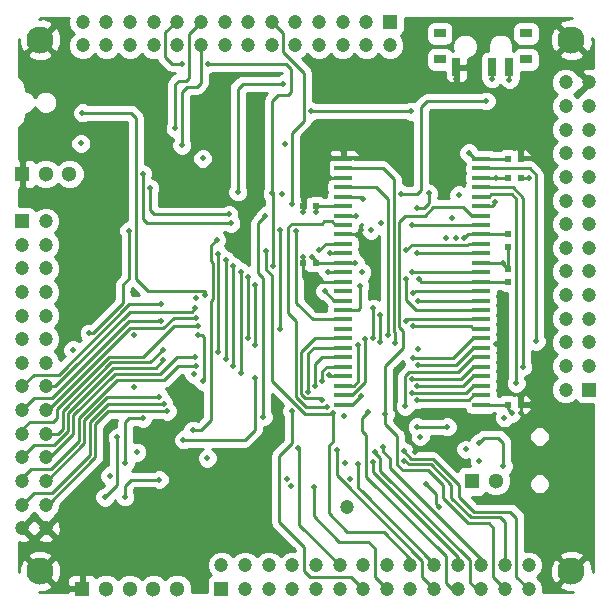
<source format=gbr>
G04 #@! TF.FileFunction,Copper,L4,Bot,Signal*
%FSLAX46Y46*%
G04 Gerber Fmt 4.6, Leading zero omitted, Abs format (unit mm)*
G04 Created by KiCad (PCBNEW 4.0.6) date 03/11/19 23:36:44*
%MOMM*%
%LPD*%
G01*
G04 APERTURE LIST*
%ADD10C,0.100000*%
%ADD11R,1.300000X1.300000*%
%ADD12C,1.300000*%
%ADD13R,0.700000X1.500000*%
%ADD14R,1.000000X0.800000*%
%ADD15C,1.200000*%
%ADD16R,1.200000X1.200000*%
%ADD17C,2.300000*%
%ADD18R,1.524000X0.458000*%
%ADD19R,0.600000X0.500000*%
%ADD20R,0.500000X0.600000*%
%ADD21C,0.500000*%
%ADD22C,0.250000*%
%ADD23C,0.254000*%
G04 APERTURE END LIST*
D10*
D11*
X139100000Y-139900000D03*
D12*
X141100000Y-139900000D03*
D13*
X137750000Y-104825000D03*
X140750000Y-104825000D03*
X142250000Y-104825000D03*
D14*
X136350000Y-101975000D03*
X143650000Y-101975000D03*
X143650000Y-104175000D03*
X136350000Y-104175000D03*
D15*
X143870000Y-149000000D03*
X143870000Y-147000000D03*
X141870000Y-147000000D03*
X141870000Y-149000000D03*
D16*
X117870000Y-149000000D03*
D15*
X117870000Y-147000000D03*
X119870000Y-149000000D03*
X119870000Y-147000000D03*
X121870000Y-149000000D03*
X121870000Y-147000000D03*
X123870000Y-149000000D03*
X123870000Y-147000000D03*
X125870000Y-149000000D03*
X125870000Y-147000000D03*
X127870000Y-149000000D03*
X127870000Y-147000000D03*
X129870000Y-149000000D03*
X129870000Y-147000000D03*
X131870000Y-149000000D03*
X131870000Y-147000000D03*
X133870000Y-149000000D03*
X133870000Y-147000000D03*
X135870000Y-149000000D03*
X135870000Y-147000000D03*
X137870000Y-149000000D03*
X137870000Y-147000000D03*
X139870000Y-149000000D03*
X139870000Y-147000000D03*
X106130000Y-101000000D03*
X106130000Y-103000000D03*
X108130000Y-103000000D03*
X108130000Y-101000000D03*
D16*
X132130000Y-101000000D03*
D15*
X132130000Y-103000000D03*
X130130000Y-101000000D03*
X130130000Y-103000000D03*
X128130000Y-101000000D03*
X128130000Y-103000000D03*
X126130000Y-101000000D03*
X126130000Y-103000000D03*
X124130000Y-101000000D03*
X124130000Y-103000000D03*
X122130000Y-101000000D03*
X122130000Y-103000000D03*
X120130000Y-101000000D03*
X120130000Y-103000000D03*
X118130000Y-101000000D03*
X118130000Y-103000000D03*
X116130000Y-101000000D03*
X116130000Y-103000000D03*
X114130000Y-101000000D03*
X114130000Y-103000000D03*
X112130000Y-101000000D03*
X112130000Y-103000000D03*
X110130000Y-101000000D03*
X110130000Y-103000000D03*
D17*
X147500000Y-147500000D03*
X102500000Y-147500000D03*
X147500000Y-102500000D03*
X102500000Y-102500000D03*
D18*
X139840000Y-112600000D03*
X139840000Y-113400000D03*
X139840000Y-114200000D03*
X139840000Y-115000000D03*
X139840000Y-115800000D03*
X139840000Y-116600000D03*
X139840000Y-117400000D03*
X139840000Y-118200000D03*
X139840000Y-119000000D03*
X139840000Y-119800000D03*
X139840000Y-120600000D03*
X139840000Y-121400000D03*
X139840000Y-122200000D03*
X139840000Y-123000000D03*
X139840000Y-123800000D03*
X139840000Y-124600000D03*
X139840000Y-125400000D03*
X139840000Y-126200000D03*
X139840000Y-127000000D03*
X139840000Y-127800000D03*
X139840000Y-128600000D03*
X139840000Y-129400000D03*
X139840000Y-130200000D03*
X139840000Y-131000000D03*
X139840000Y-131800000D03*
X139840000Y-132600000D03*
X139840000Y-133400000D03*
X128160000Y-133400000D03*
X128160000Y-132600000D03*
X128160000Y-131800000D03*
X128160000Y-131000000D03*
X128160000Y-130200000D03*
X128160000Y-129400000D03*
X128160000Y-128600000D03*
X128160000Y-127800000D03*
X128160000Y-127000000D03*
X128160000Y-126200000D03*
X128160000Y-125400000D03*
X128160000Y-124600000D03*
X128160000Y-123800000D03*
X128160000Y-123000000D03*
X128160000Y-122200000D03*
X128160000Y-121400000D03*
X128160000Y-120600000D03*
X128160000Y-119800000D03*
X128160000Y-119000000D03*
X128160000Y-118200000D03*
X128160000Y-117400000D03*
X128160000Y-116600000D03*
X128160000Y-115800000D03*
X128160000Y-115000000D03*
X128160000Y-114200000D03*
X128160000Y-113400000D03*
X128160000Y-112600000D03*
D15*
X101000000Y-143870000D03*
X103000000Y-143870000D03*
X103000000Y-141870000D03*
X101000000Y-141870000D03*
D16*
X101000000Y-117870000D03*
D15*
X103000000Y-117870000D03*
X101000000Y-119870000D03*
X103000000Y-119870000D03*
X101000000Y-121870000D03*
X103000000Y-121870000D03*
X101000000Y-123870000D03*
X103000000Y-123870000D03*
X101000000Y-125870000D03*
X103000000Y-125870000D03*
X101000000Y-127870000D03*
X103000000Y-127870000D03*
X101000000Y-129870000D03*
X103000000Y-129870000D03*
X101000000Y-131870000D03*
X103000000Y-131870000D03*
X101000000Y-133870000D03*
X103000000Y-133870000D03*
X101000000Y-135870000D03*
X103000000Y-135870000D03*
X101000000Y-137870000D03*
X103000000Y-137870000D03*
X101000000Y-139870000D03*
X103000000Y-139870000D03*
D19*
X142090000Y-112600000D03*
X143190000Y-112600000D03*
D11*
X101000000Y-113870000D03*
D12*
X103000000Y-113870000D03*
X105000000Y-113870000D03*
X114100000Y-149000000D03*
D11*
X106100000Y-149000000D03*
D12*
X108100000Y-149000000D03*
X110100000Y-149000000D03*
X112100000Y-149000000D03*
D15*
X149000000Y-106130000D03*
X147000000Y-106130000D03*
X147000000Y-108130000D03*
X149000000Y-108130000D03*
D16*
X149000000Y-132130000D03*
D15*
X147000000Y-132130000D03*
X149000000Y-130130000D03*
X147000000Y-130130000D03*
X149000000Y-128130000D03*
X147000000Y-128130000D03*
X149000000Y-126130000D03*
X147000000Y-126130000D03*
X149000000Y-124130000D03*
X147000000Y-124130000D03*
X149000000Y-122130000D03*
X147000000Y-122130000D03*
X149000000Y-120130000D03*
X147000000Y-120130000D03*
X149000000Y-118130000D03*
X147000000Y-118130000D03*
X149000000Y-116130000D03*
X147000000Y-116130000D03*
X149000000Y-114130000D03*
X147000000Y-114130000D03*
X149000000Y-112130000D03*
X147000000Y-112130000D03*
X149000000Y-110130000D03*
X147000000Y-110130000D03*
D20*
X142120000Y-119000000D03*
X142120000Y-120100000D03*
X142120000Y-123000000D03*
X142120000Y-121900000D03*
D19*
X142090000Y-133400000D03*
X143190000Y-133400000D03*
X125910000Y-121400000D03*
X124810000Y-121400000D03*
X125910000Y-116600000D03*
X124810000Y-116600000D03*
X142090000Y-114200000D03*
X143190000Y-114200000D03*
D21*
X105290000Y-128760000D03*
X123440000Y-139720000D03*
X128750000Y-139680000D03*
X137390000Y-137440000D03*
X138220000Y-135820000D03*
X129710000Y-132640000D03*
D15*
X146690000Y-136810000D03*
D21*
X124810000Y-120880000D03*
X124810000Y-117100000D03*
X129720000Y-118650000D03*
X123230000Y-111320000D03*
X143930000Y-114200000D03*
X141690000Y-121400000D03*
X134230000Y-137420000D03*
X111200000Y-141540000D03*
X115730000Y-110310000D03*
X109670000Y-110730000D03*
X143190000Y-134140000D03*
X141090000Y-128250000D03*
X110410000Y-123880000D03*
X110430000Y-131880000D03*
X110490000Y-127550000D03*
X127750000Y-110220000D03*
X142810000Y-111470000D03*
X111800000Y-137710000D03*
X137750000Y-105850000D03*
X137200000Y-111090000D03*
X141060000Y-116250000D03*
X116720000Y-139570000D03*
X135200000Y-140150000D03*
X136250000Y-142050000D03*
X138540000Y-137200000D03*
X137690000Y-119330000D03*
X139700000Y-136620000D03*
X137390000Y-117590000D03*
X141730000Y-138610000D03*
X130520000Y-118640000D03*
X117450000Y-119440000D03*
X115440000Y-135570000D03*
X131410000Y-118060000D03*
X120670000Y-131180000D03*
X114650000Y-136390000D03*
X133090000Y-115570000D03*
X140300000Y-107700000D03*
X121590000Y-117420000D03*
X121410000Y-134460000D03*
X133900000Y-108580000D03*
X125450000Y-108580000D03*
X119250000Y-115410000D03*
X123100000Y-106230000D03*
X115860000Y-127500000D03*
X116300000Y-131450000D03*
X106100000Y-108700000D03*
X116510000Y-124150000D03*
X135400000Y-115500000D03*
X134420000Y-116730000D03*
X140750000Y-105820000D03*
X109040000Y-136190000D03*
X110020000Y-118670000D03*
X106660000Y-127350000D03*
X108000000Y-141240000D03*
X109720000Y-138350000D03*
X111200000Y-134570000D03*
X109690000Y-141230000D03*
X112610000Y-139750000D03*
D15*
X128500000Y-142040000D03*
D21*
X129210000Y-121400000D03*
X134470000Y-128660000D03*
X138440000Y-119330000D03*
X138820000Y-112090000D03*
X142470000Y-134140000D03*
X139700000Y-138200000D03*
X134690000Y-136110000D03*
X128350000Y-138310000D03*
X123780000Y-140340000D03*
X116680000Y-137950000D03*
X110700000Y-137440000D03*
X115740000Y-124400000D03*
X115520000Y-130840000D03*
X116270000Y-112570000D03*
X123000000Y-115550000D03*
X134560000Y-122800000D03*
X137950000Y-115630000D03*
X141090000Y-114200000D03*
X108390000Y-139440000D03*
X125910000Y-117100000D03*
X125520000Y-120900000D03*
X105960000Y-111300000D03*
X142250000Y-105890000D03*
X134010000Y-131240000D03*
X117600000Y-120660000D03*
X117600000Y-128950000D03*
X134420000Y-131820000D03*
X118220000Y-121170000D03*
X118220000Y-129550000D03*
X134020000Y-132400000D03*
X118860000Y-130140000D03*
X118860000Y-121670000D03*
X134440000Y-132980000D03*
X119500000Y-130730000D03*
X119500000Y-122170000D03*
X120110000Y-127780000D03*
X129990000Y-127860000D03*
X120110000Y-122640000D03*
X120710000Y-123250000D03*
X129410000Y-128370000D03*
X120710000Y-128370000D03*
X112750000Y-124910000D03*
X115640000Y-125250000D03*
X112710000Y-126310000D03*
X115740000Y-126040000D03*
X115920000Y-126750000D03*
X112920000Y-128750000D03*
X134470000Y-124600000D03*
X112960000Y-129640000D03*
X115650000Y-129350000D03*
X115740000Y-130100000D03*
X112600000Y-132750000D03*
X113000000Y-133330000D03*
X113270000Y-133980000D03*
X133310000Y-137370000D03*
X133300000Y-138190000D03*
X131750000Y-134220000D03*
X133510000Y-126330000D03*
X126980000Y-130910000D03*
X126390000Y-131380000D03*
X124380000Y-137090000D03*
X125810000Y-131830000D03*
X123800000Y-133970000D03*
X125220000Y-132300000D03*
X133420000Y-133560000D03*
X125680000Y-140410000D03*
X126340000Y-133030000D03*
X126830000Y-133600000D03*
X121600000Y-120360000D03*
X127330000Y-134110000D03*
X126140000Y-120340000D03*
X127070000Y-120600000D03*
X127620000Y-137240000D03*
X128230000Y-134340000D03*
X126850000Y-122140000D03*
X129430000Y-138440000D03*
X130290000Y-134040000D03*
X134010000Y-122200000D03*
X129760000Y-122200000D03*
X134460000Y-120600000D03*
X130720000Y-138260000D03*
X133530000Y-120350000D03*
X130870000Y-137390000D03*
X134450000Y-135280000D03*
X136980000Y-135280000D03*
X133980000Y-118200000D03*
X131580000Y-137010000D03*
X142820000Y-131600000D03*
X143400000Y-130190000D03*
X144510000Y-128040000D03*
X132600000Y-128150000D03*
X132000000Y-127550000D03*
X134070000Y-129490000D03*
X131320000Y-128080000D03*
X131320000Y-125850000D03*
X130700000Y-127750000D03*
X134470000Y-130070000D03*
X130700000Y-125250000D03*
X129580000Y-123370000D03*
X134120000Y-123990000D03*
X126620000Y-123790000D03*
X129840000Y-116000000D03*
X129260000Y-117400000D03*
X123870000Y-116400000D03*
X113940000Y-110030000D03*
X114520000Y-111450000D03*
X133510000Y-122780000D03*
X122200000Y-121640000D03*
X114530000Y-104540000D03*
X116720000Y-104540000D03*
X122170000Y-115530000D03*
X124170000Y-118670000D03*
X122790000Y-127040000D03*
X134080000Y-126780000D03*
X122790000Y-118650000D03*
X141830000Y-134530000D03*
X136870000Y-119340000D03*
X111800000Y-115070000D03*
X118480000Y-117310000D03*
X118660000Y-118070000D03*
X111200000Y-113880000D03*
D22*
X105290000Y-128760000D02*
X105300000Y-128760000D01*
X128160000Y-133400000D02*
X128950000Y-133400000D01*
X128950000Y-133400000D02*
X129710000Y-132640000D01*
X124810000Y-121400000D02*
X124810000Y-120880000D01*
X124810000Y-116600000D02*
X124810000Y-117100000D01*
X129370000Y-119000000D02*
X129720000Y-118650000D01*
X129370000Y-119000000D02*
X128160000Y-119000000D01*
X143190000Y-114200000D02*
X143930000Y-114200000D01*
X141690000Y-121400000D02*
X141690000Y-121470000D01*
X141690000Y-121470000D02*
X142120000Y-121900000D01*
X141690000Y-121400000D02*
X139840000Y-121400000D01*
X128160000Y-112600000D02*
X127100000Y-112600000D01*
X127100000Y-114200000D02*
X128160000Y-114200000D01*
X126860000Y-113960000D02*
X127100000Y-114200000D01*
X126860000Y-112840000D02*
X126860000Y-113960000D01*
X127100000Y-112600000D02*
X126860000Y-112840000D01*
X142120000Y-120100000D02*
X142120000Y-121900000D01*
X143190000Y-133400000D02*
X143190000Y-133910000D01*
X143190000Y-133910000D02*
X143190000Y-134140000D01*
X128160000Y-112600000D02*
X127320000Y-112600000D01*
X127260000Y-110220000D02*
X127750000Y-110220000D01*
X127010000Y-110470000D02*
X127260000Y-110220000D01*
X127010000Y-112290000D02*
X127010000Y-110470000D01*
X127320000Y-112600000D02*
X127010000Y-112290000D01*
X143190000Y-112600000D02*
X143190000Y-111850000D01*
X143190000Y-111850000D02*
X142810000Y-111470000D01*
X137750000Y-104825000D02*
X137750000Y-105850000D01*
X125260000Y-123000000D02*
X125180000Y-123000000D01*
X125180000Y-123000000D02*
X124810000Y-122630000D01*
X128160000Y-123000000D02*
X125260000Y-123000000D01*
X124810000Y-122630000D02*
X124810000Y-121400000D01*
X141060000Y-116250000D02*
X141060000Y-116340000D01*
X140800000Y-116600000D02*
X139840000Y-116600000D01*
X141060000Y-116340000D02*
X140800000Y-116600000D01*
X136250000Y-142050000D02*
X136020000Y-141820000D01*
X136020000Y-141820000D02*
X136020000Y-141140000D01*
X136020000Y-140970000D02*
X136020000Y-141140000D01*
X135200000Y-140150000D02*
X136020000Y-140970000D01*
X140690000Y-136200000D02*
X140120000Y-136200000D01*
X140120000Y-136200000D02*
X139700000Y-136620000D01*
X141730000Y-138610000D02*
X141730000Y-136630000D01*
X141300000Y-136200000D02*
X140690000Y-136200000D01*
X141730000Y-136630000D02*
X141300000Y-136200000D01*
X115440000Y-135570000D02*
X116130000Y-135570000D01*
X116130000Y-135570000D02*
X116980000Y-134720000D01*
X116980000Y-134720000D02*
X116980000Y-124649998D01*
X116980000Y-124649998D02*
X117130000Y-124499998D01*
X117130000Y-124499998D02*
X117130000Y-121410000D01*
X117130000Y-121410000D02*
X117000000Y-121280000D01*
X117000000Y-121280000D02*
X117000000Y-119890000D01*
X117000000Y-119890000D02*
X117450000Y-119440000D01*
X119820000Y-136390000D02*
X120670000Y-135540000D01*
X120670000Y-135540000D02*
X120670000Y-131180000D01*
X114650000Y-136390000D02*
X119820000Y-136390000D01*
X134730000Y-114400000D02*
X134730000Y-115260000D01*
X134420000Y-115570000D02*
X133090000Y-115570000D01*
X134730000Y-115260000D02*
X134420000Y-115570000D01*
X140300000Y-107700000D02*
X135260000Y-107700000D01*
X135260000Y-107700000D02*
X134730000Y-108230000D01*
X134730000Y-108230000D02*
X134730000Y-114400000D01*
X120960000Y-118250000D02*
X120960000Y-118050000D01*
X120960000Y-118050000D02*
X121590000Y-117420000D01*
X121410000Y-122710000D02*
X120960000Y-122260000D01*
X120960000Y-122260000D02*
X120960000Y-118250000D01*
X121410000Y-134460000D02*
X121410000Y-122710000D01*
X123100000Y-106230000D02*
X119680000Y-106230000D01*
X125450000Y-108580000D02*
X133900000Y-108580000D01*
X119250000Y-107780000D02*
X119250000Y-115410000D01*
X119250000Y-107780000D02*
X119250000Y-106660000D01*
X119680000Y-106230000D02*
X119250000Y-106660000D01*
X115860000Y-127500000D02*
X116180000Y-127500000D01*
X116390000Y-131360000D02*
X116300000Y-131450000D01*
X116390000Y-127710000D02*
X116390000Y-131360000D01*
X116180000Y-127500000D02*
X116390000Y-127710000D01*
X116330000Y-131420000D02*
X116340000Y-131420000D01*
X116300000Y-131450000D02*
X116330000Y-131420000D01*
X115620000Y-123770000D02*
X116440000Y-123770000D01*
X113000000Y-123770000D02*
X115440000Y-123770000D01*
X115440000Y-123770000D02*
X115620000Y-123770000D01*
X111610000Y-123770000D02*
X110600000Y-122760000D01*
X110600000Y-122760000D02*
X110600000Y-109120000D01*
X110600000Y-109120000D02*
X110180000Y-108700000D01*
X110180000Y-108700000D02*
X106100000Y-108700000D01*
X113000000Y-123770000D02*
X111610000Y-123770000D01*
X116440000Y-123770000D02*
X116510000Y-123840000D01*
X116510000Y-123840000D02*
X116510000Y-124150000D01*
X134420000Y-116730000D02*
X134990000Y-116730000D01*
X134990000Y-116730000D02*
X135400000Y-116320000D01*
X135400000Y-115500000D02*
X135400000Y-116320000D01*
X140750000Y-105820000D02*
X140750000Y-104825000D01*
X109040000Y-137430000D02*
X109040000Y-136190000D01*
X106970000Y-127350000D02*
X109530000Y-124790000D01*
X109530000Y-124790000D02*
X109530000Y-123230000D01*
X109530000Y-123230000D02*
X110020000Y-122740000D01*
X110020000Y-122740000D02*
X110020000Y-118670000D01*
X106660000Y-127350000D02*
X106970000Y-127350000D01*
X109040000Y-137430000D02*
X109040000Y-140200000D01*
X109040000Y-140200000D02*
X108000000Y-141240000D01*
X111200000Y-134570000D02*
X110000000Y-134570000D01*
X109720000Y-134850000D02*
X109720000Y-138350000D01*
X110000000Y-134570000D02*
X109720000Y-134850000D01*
X110980000Y-139750000D02*
X110220000Y-139750000D01*
X109690000Y-140280000D02*
X109690000Y-140770000D01*
X110220000Y-139750000D02*
X109690000Y-140280000D01*
X109690000Y-141230000D02*
X109690000Y-140770000D01*
X110980000Y-139750000D02*
X112610000Y-139750000D01*
X129210000Y-121400000D02*
X128160000Y-121400000D01*
X138770000Y-119000000D02*
X138440000Y-119330000D01*
X139840000Y-119000000D02*
X138770000Y-119000000D01*
X139840000Y-112600000D02*
X139330000Y-112600000D01*
X139330000Y-112600000D02*
X138820000Y-112090000D01*
X142090000Y-133760000D02*
X142090000Y-133400000D01*
X142090000Y-133760000D02*
X142470000Y-134140000D01*
X139840000Y-123000000D02*
X134760000Y-123000000D01*
X134760000Y-123000000D02*
X134560000Y-122800000D01*
X139840000Y-123000000D02*
X140520000Y-123000000D01*
X125910000Y-117100000D02*
X125910000Y-116600000D01*
X125910000Y-121400000D02*
X125910000Y-121290000D01*
X125910000Y-121290000D02*
X125520000Y-120900000D01*
X142090000Y-114200000D02*
X141090000Y-114200000D01*
X141090000Y-114200000D02*
X139840000Y-114200000D01*
X142250000Y-104825000D02*
X142250000Y-105890000D01*
X142090000Y-112600000D02*
X139840000Y-112600000D01*
X125910000Y-121400000D02*
X128160000Y-121400000D01*
X125910000Y-116600000D02*
X128160000Y-116600000D01*
X142090000Y-119000000D02*
X139840000Y-119000000D01*
X142090000Y-123000000D02*
X139840000Y-123000000D01*
X142090000Y-133400000D02*
X139840000Y-133400000D01*
X139840000Y-130200000D02*
X139170000Y-130200000D01*
X139170000Y-130200000D02*
X138130000Y-131240000D01*
X138130000Y-131240000D02*
X134010000Y-131240000D01*
X117600000Y-120660000D02*
X117600000Y-128950000D01*
X139840000Y-130200000D02*
X139169998Y-130200000D01*
X139840000Y-130200000D02*
X139150000Y-130200000D01*
X139170000Y-131000000D02*
X138350000Y-131820000D01*
X138350000Y-131820000D02*
X134420000Y-131820000D01*
X139840000Y-131000000D02*
X139170000Y-131000000D01*
X118220000Y-129550000D02*
X118220000Y-121170000D01*
X139840000Y-131000000D02*
X139163602Y-131000000D01*
X139170000Y-131800000D02*
X138570000Y-132400000D01*
X138570000Y-132400000D02*
X134020000Y-132400000D01*
X139840000Y-131800000D02*
X139170000Y-131800000D01*
X118860000Y-130140000D02*
X118860000Y-121670000D01*
X139180000Y-132600000D02*
X138800000Y-132980000D01*
X138800000Y-132980000D02*
X134440000Y-132980000D01*
X139840000Y-132600000D02*
X139180000Y-132600000D01*
X119500000Y-130730000D02*
X119500000Y-122170000D01*
X128160000Y-132600000D02*
X128910000Y-132600000D01*
X128910000Y-132600000D02*
X129990000Y-131520000D01*
X129990000Y-131520000D02*
X129990000Y-127860000D01*
X120110000Y-127780000D02*
X120110000Y-122640000D01*
X120710000Y-123250000D02*
X120710000Y-128370000D01*
X129050000Y-131800000D02*
X129410000Y-131440000D01*
X129410000Y-131440000D02*
X129410000Y-128370000D01*
X129050000Y-131800000D02*
X128160000Y-131800000D01*
X103160000Y-130860000D02*
X104100000Y-130860000D01*
X104100000Y-130860000D02*
X110050000Y-124910000D01*
X110360000Y-124910000D02*
X110050000Y-124910000D01*
X112750000Y-124910000D02*
X110360000Y-124910000D01*
X102010000Y-130860000D02*
X101000000Y-131870000D01*
X103160000Y-130860000D02*
X102010000Y-130860000D01*
X110560000Y-125540000D02*
X110090000Y-125540000D01*
X110090000Y-125540000D02*
X105040000Y-130590000D01*
X103760000Y-131870000D02*
X103000000Y-131870000D01*
X105040000Y-130590000D02*
X103760000Y-131870000D01*
X115350000Y-125540000D02*
X110560000Y-125540000D01*
X115640000Y-125250000D02*
X115350000Y-125540000D01*
X110500000Y-126310000D02*
X110040000Y-126310000D01*
X110040000Y-126310000D02*
X105640000Y-130710000D01*
X102600000Y-132870000D02*
X102000000Y-132870000D01*
X102000000Y-132870000D02*
X101000000Y-133870000D01*
X110500000Y-126310000D02*
X112710000Y-126310000D01*
X103480000Y-132870000D02*
X105640000Y-130710000D01*
X102600000Y-132870000D02*
X103480000Y-132870000D01*
X112620000Y-126220000D02*
X112520000Y-126220000D01*
X112710000Y-126310000D02*
X112620000Y-126220000D01*
X110570000Y-126920000D02*
X110140000Y-126920000D01*
X110140000Y-126920000D02*
X106060000Y-131000000D01*
X110570000Y-126920000D02*
X112940000Y-126920000D01*
X103000000Y-133870000D02*
X103190000Y-133870000D01*
X103190000Y-133870000D02*
X106060000Y-131000000D01*
X112940000Y-126920000D02*
X113820000Y-126040000D01*
X113820000Y-126040000D02*
X115740000Y-126040000D01*
X115760000Y-126020000D02*
X115760000Y-126010000D01*
X115740000Y-126040000D02*
X115760000Y-126020000D01*
X109580000Y-129360000D02*
X108340000Y-129360000D01*
X103950000Y-133750000D02*
X103950000Y-134500000D01*
X108340000Y-129360000D02*
X103950000Y-133750000D01*
X110510000Y-129360000D02*
X109580000Y-129360000D01*
X101000000Y-135480000D02*
X101630000Y-134850000D01*
X101630000Y-134850000D02*
X103600000Y-134850000D01*
X103600000Y-134850000D02*
X103950000Y-134500000D01*
X111220000Y-129360000D02*
X113830000Y-126750000D01*
X113830000Y-126750000D02*
X115920000Y-126750000D01*
X110510000Y-129360000D02*
X111220000Y-129360000D01*
X101000000Y-135870000D02*
X101000000Y-135480000D01*
X110960000Y-129830000D02*
X108510002Y-129830000D01*
X104420000Y-133920002D02*
X104420000Y-135440000D01*
X108510002Y-129830000D02*
X104420000Y-133920002D01*
X103990000Y-135870000D02*
X103000000Y-135870000D01*
X104420000Y-135440000D02*
X103990000Y-135870000D01*
X111840000Y-129830000D02*
X110960000Y-129830000D01*
X112920000Y-128750000D02*
X111840000Y-129830000D01*
X134470000Y-124600000D02*
X139840000Y-124600000D01*
X111190000Y-130290000D02*
X108700000Y-130290000D01*
X104880000Y-134110000D02*
X104880000Y-135660000D01*
X108700000Y-130290000D02*
X104880000Y-134110000D01*
X102010000Y-136860000D02*
X101000000Y-137870000D01*
X104880000Y-135660000D02*
X103680000Y-136860000D01*
X103680000Y-136860000D02*
X102010000Y-136860000D01*
X112310000Y-130290000D02*
X111190000Y-130290000D01*
X112960000Y-129640000D02*
X112310000Y-130290000D01*
X111290000Y-130780000D02*
X108870000Y-130780000D01*
X105340000Y-134310000D02*
X105340000Y-135900000D01*
X108870000Y-130780000D02*
X105340000Y-134310000D01*
X111600000Y-130780000D02*
X111290000Y-130780000D01*
X103000000Y-137870000D02*
X103370000Y-137870000D01*
X103370000Y-137870000D02*
X105340000Y-135900000D01*
X111600000Y-130780000D02*
X112680000Y-130780000D01*
X112680000Y-130780000D02*
X114110000Y-129350000D01*
X114110000Y-129350000D02*
X115650000Y-129350000D01*
X111960000Y-131290000D02*
X109010000Y-131290000D01*
X114230000Y-130100000D02*
X115740000Y-130100000D01*
X113040000Y-131290000D02*
X114230000Y-130100000D01*
X112160000Y-131290000D02*
X113040000Y-131290000D01*
X103430000Y-138850000D02*
X105800000Y-136480000D01*
X101730000Y-138850000D02*
X103430000Y-138850000D01*
X101000000Y-139580000D02*
X101730000Y-138850000D01*
X112160000Y-131290000D02*
X111960000Y-131290000D01*
X109010000Y-131290000D02*
X105800000Y-134500000D01*
X105800000Y-134500000D02*
X105800000Y-136480000D01*
X101000000Y-139870000D02*
X101000000Y-139580000D01*
X112600000Y-132750000D02*
X108200000Y-132750000D01*
X106260000Y-136700000D02*
X103090000Y-139870000D01*
X106260000Y-134690000D02*
X106260000Y-136700000D01*
X108200000Y-132750000D02*
X106260000Y-134690000D01*
X103090000Y-139870000D02*
X103000000Y-139870000D01*
X113000000Y-133330000D02*
X108270000Y-133330000D01*
X102010000Y-140860000D02*
X101000000Y-141870000D01*
X103510000Y-140860000D02*
X102010000Y-140860000D01*
X106720000Y-137650000D02*
X103510000Y-140860000D01*
X106720000Y-134880000D02*
X106720000Y-137650000D01*
X108270000Y-133330000D02*
X106720000Y-134880000D01*
X113270000Y-133980000D02*
X108270000Y-133980000D01*
X107180000Y-137850000D02*
X103160000Y-141870000D01*
X107180000Y-135070000D02*
X107180000Y-137850000D01*
X108270000Y-133980000D02*
X107180000Y-135070000D01*
X103160000Y-141870000D02*
X103000000Y-141870000D01*
X137980000Y-140560000D02*
X137980000Y-140220000D01*
X133950000Y-138010000D02*
X133310000Y-137370000D01*
X135770000Y-138010000D02*
X133950000Y-138010000D01*
X137980000Y-140220000D02*
X135770000Y-138010000D01*
X137980000Y-141240000D02*
X138010000Y-141240000D01*
X142840000Y-147970000D02*
X143870000Y-149000000D01*
X142840000Y-142980000D02*
X142840000Y-147970000D01*
X142320000Y-142460000D02*
X142840000Y-142980000D01*
X139230000Y-142460000D02*
X142320000Y-142460000D01*
X138010000Y-141240000D02*
X139230000Y-142460000D01*
X137980000Y-140560000D02*
X137980000Y-141240000D01*
X137340000Y-140670000D02*
X137340000Y-141320000D01*
X141870000Y-143330000D02*
X141870000Y-147000000D01*
X141480000Y-142940000D02*
X141870000Y-143330000D01*
X138960000Y-142940000D02*
X141480000Y-142940000D01*
X137340000Y-141320000D02*
X138960000Y-142940000D01*
X133300000Y-138190000D02*
X133450000Y-138190000D01*
X137340000Y-140230000D02*
X137340000Y-140670000D01*
X135580000Y-138470000D02*
X137340000Y-140230000D01*
X133730000Y-138470000D02*
X135580000Y-138470000D01*
X133450000Y-138190000D02*
X133730000Y-138470000D01*
X139840000Y-117400000D02*
X139100000Y-117400000D01*
X139100000Y-117400000D02*
X138360000Y-116660000D01*
X135810000Y-116660000D02*
X135070000Y-117400000D01*
X138360000Y-116660000D02*
X135810000Y-116660000D01*
X131750000Y-134220000D02*
X131750000Y-130100000D01*
X132920000Y-117920000D02*
X133440000Y-117400000D01*
X132920000Y-126840000D02*
X132920000Y-117920000D01*
X133230000Y-127150000D02*
X132920000Y-126840000D01*
X133230000Y-128620000D02*
X133230000Y-127150000D01*
X131750000Y-130100000D02*
X133230000Y-128620000D01*
X135070000Y-117400000D02*
X133440000Y-117400000D01*
X136600000Y-140950000D02*
X136600000Y-141310000D01*
X140860000Y-147990000D02*
X141870000Y-149000000D01*
X140860000Y-143830000D02*
X140860000Y-147990000D01*
X140480000Y-143450000D02*
X140860000Y-143830000D01*
X138740000Y-143450000D02*
X140480000Y-143450000D01*
X136600000Y-141310000D02*
X138740000Y-143450000D01*
X131750000Y-134220000D02*
X131750000Y-135090000D01*
X136600000Y-140210000D02*
X136600000Y-140950000D01*
X135370000Y-138980000D02*
X136600000Y-140210000D01*
X133200000Y-138980000D02*
X135370000Y-138980000D01*
X132700000Y-138480000D02*
X133200000Y-138980000D01*
X132700000Y-136040000D02*
X132700000Y-138480000D01*
X131750000Y-135090000D02*
X132700000Y-136040000D01*
X134720000Y-126200000D02*
X133640000Y-126200000D01*
X133640000Y-126200000D02*
X133510000Y-126330000D01*
X139840000Y-126200000D02*
X134720000Y-126200000D01*
X133640000Y-126200000D02*
X133510000Y-126330000D01*
X127070000Y-131000000D02*
X126980000Y-130910000D01*
X128160000Y-131000000D02*
X127070000Y-131000000D01*
X128160000Y-130200000D02*
X126790000Y-130200000D01*
X126790000Y-130200000D02*
X126390000Y-130600000D01*
X126390000Y-130600000D02*
X126390000Y-131380000D01*
X124460000Y-141450000D02*
X124460000Y-143590000D01*
X124460000Y-143590000D02*
X127870000Y-147000000D01*
X124460000Y-140030000D02*
X124460000Y-141450000D01*
X124460000Y-137170000D02*
X124380000Y-137090000D01*
X124460000Y-140030000D02*
X124460000Y-137170000D01*
X127890000Y-146980000D02*
X127870000Y-147000000D01*
X125810000Y-129940000D02*
X125810000Y-131830000D01*
X126350000Y-129400000D02*
X127230000Y-129400000D01*
X128160000Y-129400000D02*
X127230000Y-129400000D01*
X126350000Y-129400000D02*
X125810000Y-129940000D01*
X123800000Y-135270000D02*
X123800000Y-136690000D01*
X125330000Y-148000000D02*
X128870000Y-148000000D01*
X124850000Y-147520000D02*
X125330000Y-148000000D01*
X124850000Y-145440000D02*
X124850000Y-147520000D01*
X122770000Y-143360000D02*
X124850000Y-145440000D01*
X122770000Y-137720000D02*
X122770000Y-143360000D01*
X123800000Y-136690000D02*
X122770000Y-137720000D01*
X128870000Y-148000000D02*
X129870000Y-149000000D01*
X123800000Y-133970000D02*
X123800000Y-135270000D01*
X128870000Y-148000000D02*
X129870000Y-149000000D01*
X125680000Y-128600000D02*
X125220000Y-129060000D01*
X125220000Y-129060000D02*
X125220000Y-132300000D01*
X125680000Y-128600000D02*
X128160000Y-128600000D01*
X125680000Y-140410000D02*
X125680000Y-142870000D01*
X127850000Y-145040000D02*
X130300000Y-145040000D01*
X125680000Y-142870000D02*
X127850000Y-145040000D01*
X133420000Y-131010000D02*
X133420000Y-133560000D01*
X130850000Y-146100000D02*
X130850000Y-147980000D01*
X130850000Y-145590000D02*
X130850000Y-146100000D01*
X130850000Y-147980000D02*
X131870000Y-149000000D01*
X130300000Y-145040000D02*
X130850000Y-145590000D01*
X125680000Y-140410000D02*
X125680000Y-140440000D01*
X134330000Y-130650000D02*
X133780000Y-130650000D01*
X133780000Y-130650000D02*
X133420000Y-131010000D01*
X134540000Y-130650000D02*
X134330000Y-130650000D01*
X134540000Y-130650000D02*
X133780000Y-130650000D01*
X133780000Y-130650000D02*
X133420000Y-131010000D01*
X137910000Y-130650000D02*
X134680000Y-130650000D01*
X134680000Y-130650000D02*
X134540000Y-130650000D01*
X137910000Y-130650000D02*
X139160000Y-129400000D01*
X139840000Y-129400000D02*
X139160000Y-129400000D01*
X124630000Y-132250000D02*
X124630000Y-132540000D01*
X124630000Y-132540000D02*
X124970000Y-132880000D01*
X126190000Y-132880000D02*
X126340000Y-133030000D01*
X124970000Y-132880000D02*
X126190000Y-132880000D01*
X125810000Y-127800000D02*
X124630000Y-128980000D01*
X125810000Y-127800000D02*
X128160000Y-127800000D01*
X124630000Y-128980000D02*
X124630000Y-132250000D01*
X128160000Y-118200000D02*
X127500000Y-118200000D01*
X127500000Y-118200000D02*
X127200000Y-117900000D01*
X126580000Y-117900000D02*
X126340000Y-118140000D01*
X127200000Y-117900000D02*
X126580000Y-117900000D01*
X126130000Y-133620000D02*
X126810000Y-133620000D01*
X126810000Y-133620000D02*
X126830000Y-133600000D01*
X125310000Y-118140000D02*
X124430000Y-118140000D01*
X123800000Y-118090000D02*
X123520000Y-118370000D01*
X124380000Y-118090000D02*
X123800000Y-118090000D01*
X124430000Y-118140000D02*
X124380000Y-118090000D01*
X123520000Y-125680000D02*
X123520000Y-118370000D01*
X124160000Y-126320000D02*
X123520000Y-125680000D01*
X124160000Y-132740000D02*
X124160000Y-126320000D01*
X125040000Y-133620000D02*
X124160000Y-132740000D01*
X126130000Y-133620000D02*
X125040000Y-133620000D01*
X128100000Y-118140000D02*
X128160000Y-118200000D01*
X126340000Y-118140000D02*
X125310000Y-118140000D01*
X125310000Y-118140000D02*
X125270000Y-118140000D01*
X126960000Y-139090000D02*
X126960000Y-142620000D01*
X128530000Y-144190000D02*
X131590000Y-144190000D01*
X126960000Y-142620000D02*
X128530000Y-144190000D01*
X121600000Y-121300000D02*
X121600000Y-121920000D01*
X122160000Y-122480000D02*
X122160000Y-131400000D01*
X121600000Y-121920000D02*
X122160000Y-122480000D01*
X127330000Y-134110000D02*
X127330000Y-136500000D01*
X131590000Y-144190000D02*
X133870000Y-146470000D01*
X126960000Y-136870000D02*
X126960000Y-139090000D01*
X127330000Y-136500000D02*
X126960000Y-136870000D01*
X133870000Y-146470000D02*
X133870000Y-147000000D01*
X127130000Y-134110000D02*
X127060000Y-134180000D01*
X127330000Y-134110000D02*
X127130000Y-134110000D01*
X124940000Y-134180000D02*
X122160000Y-131400000D01*
X127060000Y-134180000D02*
X124940000Y-134180000D01*
X121600000Y-121300000D02*
X121600000Y-120360000D01*
X126680000Y-119800000D02*
X126140000Y-120340000D01*
X126680000Y-119800000D02*
X128160000Y-119800000D01*
X133870000Y-146470000D02*
X133870000Y-147000000D01*
X133870000Y-146760000D02*
X133870000Y-147000000D01*
X127070000Y-120600000D02*
X128160000Y-120600000D01*
X127620000Y-137240000D02*
X127620000Y-139390000D01*
X127620000Y-139390000D02*
X127970000Y-139740000D01*
X134860000Y-146910000D02*
X134860000Y-147990000D01*
X134860000Y-147990000D02*
X135870000Y-149000000D01*
X127970000Y-139740000D02*
X134860000Y-146630000D01*
X134860000Y-146630000D02*
X134860000Y-146910000D01*
X126910000Y-122200000D02*
X126850000Y-122140000D01*
X126910000Y-122200000D02*
X128160000Y-122200000D01*
X129430000Y-138440000D02*
X129430000Y-140440000D01*
X129430000Y-140440000D02*
X129750000Y-140760000D01*
X129430000Y-138440000D02*
X129350000Y-138440000D01*
X129350000Y-138440000D02*
X129430000Y-138440000D01*
X129430000Y-138440000D02*
X129350000Y-138440000D01*
X129750000Y-140760000D02*
X135870000Y-146880000D01*
X135870000Y-146880000D02*
X135870000Y-147000000D01*
X130290000Y-134040000D02*
X129780000Y-134550000D01*
X129780000Y-134550000D02*
X129780000Y-134650000D01*
X129780000Y-134650000D02*
X129780000Y-135600000D01*
X137390000Y-149000000D02*
X136860000Y-148470000D01*
X136860000Y-146240000D02*
X130130000Y-139510000D01*
X136860000Y-148470000D02*
X136860000Y-146240000D01*
X130130000Y-135950000D02*
X130130000Y-139510000D01*
X129780000Y-135600000D02*
X130130000Y-135950000D01*
X139840000Y-122200000D02*
X134000000Y-122200000D01*
X134000000Y-122200000D02*
X134010000Y-122200000D01*
X137870000Y-149000000D02*
X137390000Y-149000000D01*
X139840000Y-120600000D02*
X134460000Y-120600000D01*
X137870000Y-147000000D02*
X137870000Y-146280000D01*
X130720000Y-139130000D02*
X130720000Y-138260000D01*
X137870000Y-146280000D02*
X130720000Y-139130000D01*
X138790000Y-119800000D02*
X139840000Y-119800000D01*
X133960000Y-119920000D02*
X133530000Y-120350000D01*
X138670000Y-119920000D02*
X133960000Y-119920000D01*
X138790000Y-119800000D02*
X138670000Y-119920000D01*
X130870000Y-137390000D02*
X130870000Y-137510000D01*
X130870000Y-137510000D02*
X131320000Y-137960000D01*
X139870000Y-149000000D02*
X139410000Y-149000000D01*
X139410000Y-149000000D02*
X138870000Y-148460000D01*
X131320000Y-139010000D02*
X131320000Y-137960000D01*
X138870000Y-146560000D02*
X131320000Y-139010000D01*
X138870000Y-148460000D02*
X138870000Y-146560000D01*
X136980000Y-135280000D02*
X134450000Y-135280000D01*
X133980000Y-118200000D02*
X139840000Y-118200000D01*
X131580000Y-137010000D02*
X131580000Y-137420000D01*
X132120000Y-138770000D02*
X139870000Y-146520000D01*
X132120000Y-137960000D02*
X132120000Y-138770000D01*
X131580000Y-137420000D02*
X132120000Y-137960000D01*
X139870000Y-146520000D02*
X139870000Y-147000000D01*
X141820000Y-115600000D02*
X142430000Y-115600000D01*
X142430000Y-115600000D02*
X142820000Y-115990000D01*
X142820000Y-115990000D02*
X142820000Y-131600000D01*
X139840000Y-115800000D02*
X140520000Y-115800000D01*
X140520000Y-115800000D02*
X140720000Y-115600000D01*
X140720000Y-115600000D02*
X141820000Y-115600000D01*
X142170000Y-115000000D02*
X142520000Y-115000000D01*
X143400000Y-115880000D02*
X143400000Y-130190000D01*
X142520000Y-115000000D02*
X143400000Y-115880000D01*
X139840000Y-115000000D02*
X142170000Y-115000000D01*
X143140000Y-113400000D02*
X143950000Y-113400000D01*
X144510000Y-113960000D02*
X144510000Y-128040000D01*
X143950000Y-113400000D02*
X144510000Y-113960000D01*
X139840000Y-113400000D02*
X143140000Y-113400000D01*
X132600000Y-127710000D02*
X132600000Y-127329998D01*
X132460000Y-127189998D02*
X132460000Y-114310000D01*
X132600000Y-127329998D02*
X132460000Y-127189998D01*
X131550000Y-113400000D02*
X132460000Y-114310000D01*
X131550000Y-113400000D02*
X128160000Y-113400000D01*
X132600000Y-127710000D02*
X132600000Y-128150000D01*
X130330000Y-115000000D02*
X130990000Y-115000000D01*
X132000000Y-116010000D02*
X132000000Y-127550000D01*
X130990000Y-115000000D02*
X132000000Y-116010000D01*
X128160000Y-115000000D02*
X129990000Y-115000000D01*
X129990000Y-115000000D02*
X130330000Y-115000000D01*
X137480000Y-129490000D02*
X134070000Y-129490000D01*
X139170000Y-127800000D02*
X137480000Y-129490000D01*
X131320000Y-128080000D02*
X131320000Y-125850000D01*
X139840000Y-127800000D02*
X139170000Y-127800000D01*
X130700000Y-127750000D02*
X130700000Y-125250000D01*
X139160000Y-128600000D02*
X137690000Y-130070000D01*
X137690000Y-130070000D02*
X134470000Y-130070000D01*
X139840000Y-128600000D02*
X139160000Y-128600000D01*
X129580000Y-123370000D02*
X129580000Y-125240000D01*
X129420000Y-125400000D02*
X128160000Y-125400000D01*
X129580000Y-125240000D02*
X129420000Y-125400000D01*
X139840000Y-123800000D02*
X134310000Y-123800000D01*
X134310000Y-123800000D02*
X134120000Y-123990000D01*
X127430000Y-124600000D02*
X126620000Y-123790000D01*
X128160000Y-124600000D02*
X127430000Y-124600000D01*
X129640000Y-115800000D02*
X128160000Y-115800000D01*
X129840000Y-116000000D02*
X129640000Y-115800000D01*
X128160000Y-117400000D02*
X129260000Y-117400000D01*
X123870000Y-112260000D02*
X123870000Y-110380000D01*
X124850000Y-105290000D02*
X123870000Y-104310000D01*
X124850000Y-109400000D02*
X124850000Y-105290000D01*
X123870000Y-110380000D02*
X124850000Y-109400000D01*
X123870000Y-104310000D02*
X123090000Y-103530000D01*
X123870000Y-116400000D02*
X123870000Y-112260000D01*
X122130000Y-101000000D02*
X123090000Y-101960000D01*
X123090000Y-101960000D02*
X123090000Y-103530000D01*
X115110000Y-104610000D02*
X115110000Y-105750000D01*
X114870000Y-105990000D02*
X114250000Y-105990000D01*
X115110000Y-105750000D02*
X114870000Y-105990000D01*
X115110000Y-104370000D02*
X115110000Y-104610000D01*
X113940000Y-106300000D02*
X113940000Y-106850000D01*
X114250000Y-105990000D02*
X113940000Y-106300000D01*
X113940000Y-110030000D02*
X113940000Y-106850000D01*
X115110000Y-102020000D02*
X116130000Y-101000000D01*
X115110000Y-104370000D02*
X115110000Y-102020000D01*
X114520000Y-111450000D02*
X114520000Y-106920000D01*
X116130000Y-106190000D02*
X116130000Y-103000000D01*
X115790000Y-106530000D02*
X116130000Y-106190000D01*
X114910000Y-106530000D02*
X115790000Y-106530000D01*
X114520000Y-106920000D02*
X114910000Y-106530000D01*
X122200000Y-121640000D02*
X122200000Y-115560000D01*
X122200000Y-115560000D02*
X122170000Y-115530000D01*
X134380000Y-125400000D02*
X133510000Y-124530000D01*
X133510000Y-124530000D02*
X133510000Y-122780000D01*
X139840000Y-125400000D02*
X134380000Y-125400000D01*
X122160000Y-121600000D02*
X122160000Y-121570000D01*
X122200000Y-121640000D02*
X122160000Y-121600000D01*
X116720000Y-104540000D02*
X123370000Y-104540000D01*
X123370000Y-104540000D02*
X123790000Y-104960000D01*
X123790000Y-104960000D02*
X123790000Y-106920000D01*
X123790000Y-106920000D02*
X123540000Y-107170000D01*
X123540000Y-107170000D02*
X122660000Y-107170000D01*
X122660000Y-107170000D02*
X122170000Y-107660000D01*
X122170000Y-107660000D02*
X122170000Y-115530000D01*
X113640000Y-104540000D02*
X114530000Y-104540000D01*
X113110000Y-104010000D02*
X113640000Y-104540000D01*
X113110000Y-101900000D02*
X113110000Y-104010000D01*
X114010000Y-101000000D02*
X113110000Y-101900000D01*
X114130000Y-101000000D02*
X114010000Y-101000000D01*
X124170000Y-118850000D02*
X124170000Y-118670000D01*
X126370000Y-126200000D02*
X125580000Y-126200000D01*
X124170000Y-124790000D02*
X124170000Y-118850000D01*
X125580000Y-126200000D02*
X124170000Y-124790000D01*
X128160000Y-126200000D02*
X126370000Y-126200000D01*
X134980000Y-126780000D02*
X134080000Y-126780000D01*
X122790000Y-118650000D02*
X122790000Y-124070000D01*
X122790000Y-124070000D02*
X122790000Y-127040000D01*
X138960000Y-126780000D02*
X134980000Y-126780000D01*
X139180000Y-127000000D02*
X138960000Y-126780000D01*
X139840000Y-127000000D02*
X139180000Y-127000000D01*
X139840000Y-127000000D02*
X139169998Y-127000000D01*
X139169998Y-127000000D02*
X139079998Y-126910000D01*
X122810000Y-118670000D02*
X122810000Y-118690000D01*
X122790000Y-118650000D02*
X122810000Y-118670000D01*
X118480000Y-117310000D02*
X112170000Y-117310000D01*
X112170000Y-117310000D02*
X111800000Y-116940000D01*
X111800000Y-116940000D02*
X111800000Y-115070000D01*
X118660000Y-118070000D02*
X111570000Y-118070000D01*
X111200000Y-117700000D02*
X111200000Y-113880000D01*
X111570000Y-118070000D02*
X111200000Y-117700000D01*
D23*
G36*
X147568612Y-100712068D02*
X147090552Y-100726686D01*
X146535601Y-100956554D01*
X146418581Y-101238975D01*
X147500000Y-102320395D01*
X147514142Y-102306252D01*
X147693748Y-102485858D01*
X147679605Y-102500000D01*
X148761025Y-103581419D01*
X149043446Y-103464399D01*
X149295018Y-102800337D01*
X149282974Y-102406461D01*
X149315000Y-102567467D01*
X149315000Y-104932367D01*
X149168964Y-104882193D01*
X148678587Y-104912518D01*
X148366383Y-105041836D01*
X148316870Y-105267265D01*
X149000000Y-105950395D01*
X149014143Y-105936253D01*
X149193748Y-106115858D01*
X149179605Y-106130000D01*
X149193748Y-106144143D01*
X149014143Y-106323748D01*
X149000000Y-106309605D01*
X148316870Y-106992735D01*
X148333635Y-107069065D01*
X148301343Y-107082408D01*
X147999779Y-107383446D01*
X147746554Y-107129779D01*
X148046371Y-106830485D01*
X148060572Y-106796285D01*
X148137265Y-106813130D01*
X148820395Y-106130000D01*
X148137265Y-105446870D01*
X148060935Y-105463635D01*
X148047592Y-105431343D01*
X147700485Y-105083629D01*
X147246734Y-104895215D01*
X146755421Y-104894786D01*
X146301343Y-105082408D01*
X145953629Y-105429515D01*
X145765215Y-105883266D01*
X145764786Y-106374579D01*
X145952408Y-106828657D01*
X146253446Y-107130221D01*
X145953629Y-107429515D01*
X145765215Y-107883266D01*
X145764786Y-108374579D01*
X145952408Y-108828657D01*
X146253446Y-109130221D01*
X145953629Y-109429515D01*
X145765215Y-109883266D01*
X145764786Y-110374579D01*
X145952408Y-110828657D01*
X146253446Y-111130221D01*
X145953629Y-111429515D01*
X145765215Y-111883266D01*
X145764786Y-112374579D01*
X145952408Y-112828657D01*
X146253446Y-113130221D01*
X145953629Y-113429515D01*
X145765215Y-113883266D01*
X145764786Y-114374579D01*
X145952408Y-114828657D01*
X146253446Y-115130221D01*
X145953629Y-115429515D01*
X145765215Y-115883266D01*
X145764786Y-116374579D01*
X145952408Y-116828657D01*
X146253446Y-117130221D01*
X145953629Y-117429515D01*
X145765215Y-117883266D01*
X145764786Y-118374579D01*
X145952408Y-118828657D01*
X146253446Y-119130221D01*
X145953629Y-119429515D01*
X145765215Y-119883266D01*
X145764786Y-120374579D01*
X145952408Y-120828657D01*
X146253446Y-121130221D01*
X145953629Y-121429515D01*
X145765215Y-121883266D01*
X145764786Y-122374579D01*
X145952408Y-122828657D01*
X146253446Y-123130221D01*
X145953629Y-123429515D01*
X145765215Y-123883266D01*
X145764786Y-124374579D01*
X145952408Y-124828657D01*
X146253446Y-125130221D01*
X145953629Y-125429515D01*
X145765215Y-125883266D01*
X145764786Y-126374579D01*
X145952408Y-126828657D01*
X146253446Y-127130221D01*
X145953629Y-127429515D01*
X145765215Y-127883266D01*
X145764786Y-128374579D01*
X145952408Y-128828657D01*
X146253446Y-129130221D01*
X145953629Y-129429515D01*
X145765215Y-129883266D01*
X145764786Y-130374579D01*
X145952408Y-130828657D01*
X146253446Y-131130221D01*
X145953629Y-131429515D01*
X145765215Y-131883266D01*
X145764786Y-132374579D01*
X145952408Y-132828657D01*
X146299515Y-133176371D01*
X146753266Y-133364785D01*
X147244579Y-133365214D01*
X147698657Y-133177592D01*
X147841608Y-133034891D01*
X147935910Y-133181441D01*
X148148110Y-133326431D01*
X148400000Y-133377440D01*
X149315000Y-133377440D01*
X149315000Y-147432533D01*
X149287932Y-147568612D01*
X149273314Y-147090552D01*
X149043446Y-146535601D01*
X148761025Y-146418581D01*
X147679605Y-147500000D01*
X147693748Y-147514142D01*
X147514142Y-147693748D01*
X147500000Y-147679605D01*
X146418581Y-148761025D01*
X146535601Y-149043446D01*
X147199663Y-149295018D01*
X147593539Y-149282974D01*
X147432533Y-149315000D01*
X145076438Y-149315000D01*
X145104785Y-149246734D01*
X145105214Y-148755421D01*
X144917592Y-148301343D01*
X144616554Y-147999779D01*
X144916371Y-147700485D01*
X145104785Y-147246734D01*
X145104826Y-147199663D01*
X145704982Y-147199663D01*
X145726686Y-147909448D01*
X145956554Y-148464399D01*
X146238975Y-148581419D01*
X147320395Y-147500000D01*
X146238975Y-146418581D01*
X145956554Y-146535601D01*
X145704982Y-147199663D01*
X145104826Y-147199663D01*
X145105214Y-146755421D01*
X144917592Y-146301343D01*
X144855333Y-146238975D01*
X146418581Y-146238975D01*
X147500000Y-147320395D01*
X148581419Y-146238975D01*
X148464399Y-145956554D01*
X147800337Y-145704982D01*
X147090552Y-145726686D01*
X146535601Y-145956554D01*
X146418581Y-146238975D01*
X144855333Y-146238975D01*
X144570485Y-145953629D01*
X144116734Y-145765215D01*
X143625421Y-145764786D01*
X143600000Y-145775290D01*
X143600000Y-142980000D01*
X143542148Y-142689161D01*
X143377401Y-142442599D01*
X142857401Y-141922599D01*
X142610839Y-141757852D01*
X142320000Y-141700000D01*
X139544802Y-141700000D01*
X139042242Y-141197440D01*
X139750000Y-141197440D01*
X139985317Y-141153162D01*
X140201441Y-141014090D01*
X140280687Y-140898109D01*
X140371155Y-140988735D01*
X140843276Y-141184777D01*
X141354481Y-141185223D01*
X141826943Y-140990005D01*
X142188735Y-140628845D01*
X142331402Y-140285265D01*
X143904847Y-140285265D01*
X144039296Y-140610657D01*
X144288033Y-140859829D01*
X144613190Y-140994846D01*
X144965265Y-140995153D01*
X145290657Y-140860704D01*
X145539829Y-140611967D01*
X145674846Y-140286810D01*
X145675153Y-139934735D01*
X145540704Y-139609343D01*
X145291967Y-139360171D01*
X144966810Y-139225154D01*
X144614735Y-139224847D01*
X144289343Y-139359296D01*
X144040171Y-139608033D01*
X143905154Y-139933190D01*
X143904847Y-140285265D01*
X142331402Y-140285265D01*
X142384777Y-140156724D01*
X142385223Y-139645519D01*
X142256769Y-139334638D01*
X142479829Y-139111967D01*
X142614846Y-138786810D01*
X142615153Y-138434735D01*
X142490000Y-138131841D01*
X142490000Y-136630000D01*
X142432148Y-136339161D01*
X142396136Y-136285265D01*
X143904847Y-136285265D01*
X144039296Y-136610657D01*
X144288033Y-136859829D01*
X144613190Y-136994846D01*
X144965265Y-136995153D01*
X145290657Y-136860704D01*
X145539829Y-136611967D01*
X145674846Y-136286810D01*
X145675153Y-135934735D01*
X145540704Y-135609343D01*
X145291967Y-135360171D01*
X144966810Y-135225154D01*
X144614735Y-135224847D01*
X144289343Y-135359296D01*
X144040171Y-135608033D01*
X143905154Y-135933190D01*
X143904847Y-136285265D01*
X142396136Y-136285265D01*
X142267401Y-136092599D01*
X141837401Y-135662599D01*
X141590839Y-135497852D01*
X141300000Y-135440000D01*
X140120000Y-135440000D01*
X139829161Y-135497852D01*
X139582599Y-135662599D01*
X139500223Y-135744975D01*
X139199343Y-135869296D01*
X138950171Y-136118033D01*
X138846038Y-136368814D01*
X138716810Y-136315154D01*
X138364735Y-136314847D01*
X138039343Y-136449296D01*
X137790171Y-136698033D01*
X137655154Y-137023190D01*
X137654847Y-137375265D01*
X137789296Y-137700657D01*
X138038033Y-137949829D01*
X138363190Y-138084846D01*
X138715265Y-138085153D01*
X138815136Y-138043887D01*
X138814847Y-138375265D01*
X138908763Y-138602560D01*
X138450000Y-138602560D01*
X138214683Y-138646838D01*
X137998559Y-138785910D01*
X137853569Y-138998110D01*
X137850090Y-139015288D01*
X136307401Y-137472599D01*
X136060839Y-137307852D01*
X135770000Y-137250000D01*
X134264802Y-137250000D01*
X134185025Y-137170223D01*
X134060704Y-136869343D01*
X133811967Y-136620171D01*
X133486810Y-136485154D01*
X133460000Y-136485131D01*
X133460000Y-136040000D01*
X133402148Y-135749161D01*
X133237401Y-135502599D01*
X133190067Y-135455265D01*
X133564847Y-135455265D01*
X133699296Y-135780657D01*
X133818787Y-135900357D01*
X133805154Y-135933190D01*
X133804847Y-136285265D01*
X133939296Y-136610657D01*
X134188033Y-136859829D01*
X134513190Y-136994846D01*
X134865265Y-136995153D01*
X135190657Y-136860704D01*
X135439829Y-136611967D01*
X135574846Y-136286810D01*
X135575061Y-136040000D01*
X136502527Y-136040000D01*
X136803190Y-136164846D01*
X137155265Y-136165153D01*
X137480657Y-136030704D01*
X137729829Y-135781967D01*
X137864846Y-135456810D01*
X137865153Y-135104735D01*
X137730704Y-134779343D01*
X137481967Y-134530171D01*
X137156810Y-134395154D01*
X136804735Y-134394847D01*
X136501841Y-134520000D01*
X134927473Y-134520000D01*
X134626810Y-134395154D01*
X134274735Y-134394847D01*
X133949343Y-134529296D01*
X133700171Y-134778033D01*
X133565154Y-135103190D01*
X133564847Y-135455265D01*
X133190067Y-135455265D01*
X132510000Y-134775198D01*
X132510000Y-134697473D01*
X132634846Y-134396810D01*
X132635153Y-134044735D01*
X132510000Y-133741841D01*
X132510000Y-130414802D01*
X133206685Y-129718117D01*
X133319296Y-129990657D01*
X133361630Y-130033065D01*
X133242599Y-130112599D01*
X132882599Y-130472599D01*
X132717852Y-130719161D01*
X132660000Y-131010000D01*
X132660000Y-133082527D01*
X132535154Y-133383190D01*
X132534847Y-133735265D01*
X132669296Y-134060657D01*
X132918033Y-134309829D01*
X133243190Y-134444846D01*
X133595265Y-134445153D01*
X133920657Y-134310704D01*
X134169829Y-134061967D01*
X134253373Y-133860770D01*
X134263190Y-133864846D01*
X134615265Y-133865153D01*
X134918159Y-133740000D01*
X138451446Y-133740000D01*
X138474838Y-133864317D01*
X138613910Y-134080441D01*
X138826110Y-134225431D01*
X139078000Y-134276440D01*
X140602000Y-134276440D01*
X140837317Y-134232162D01*
X140949460Y-134160000D01*
X141025374Y-134160000D01*
X140945154Y-134353190D01*
X140944847Y-134705265D01*
X141079296Y-135030657D01*
X141328033Y-135279829D01*
X141653190Y-135414846D01*
X142005265Y-135415153D01*
X142330657Y-135280704D01*
X142579829Y-135031967D01*
X142582681Y-135025098D01*
X142645265Y-135025153D01*
X142970657Y-134890704D01*
X143219829Y-134641967D01*
X143354846Y-134316810D01*
X143354979Y-134164229D01*
X143475750Y-134285000D01*
X143616309Y-134285000D01*
X143849698Y-134188327D01*
X144028327Y-134009699D01*
X144125000Y-133776310D01*
X144125000Y-133683750D01*
X143966250Y-133525000D01*
X143317000Y-133525000D01*
X143317000Y-133547000D01*
X143128522Y-133547000D01*
X143043000Y-133461329D01*
X143043000Y-133275000D01*
X143063000Y-133275000D01*
X143063000Y-132673750D01*
X143317000Y-132673750D01*
X143317000Y-133275000D01*
X143966250Y-133275000D01*
X144125000Y-133116250D01*
X144125000Y-133023690D01*
X144028327Y-132790301D01*
X143849698Y-132611673D01*
X143616309Y-132515000D01*
X143475750Y-132515000D01*
X143317000Y-132673750D01*
X143063000Y-132673750D01*
X142904250Y-132515000D01*
X142763691Y-132515000D01*
X142652717Y-132560967D01*
X142641890Y-132553569D01*
X142390000Y-132502560D01*
X141790000Y-132502560D01*
X141554683Y-132546838D01*
X141409905Y-132640000D01*
X141249440Y-132640000D01*
X141249440Y-132371000D01*
X141216083Y-132193722D01*
X141249440Y-132029000D01*
X141249440Y-131571000D01*
X141216083Y-131393722D01*
X141249440Y-131229000D01*
X141249440Y-130771000D01*
X141216083Y-130593722D01*
X141249440Y-130429000D01*
X141249440Y-129971000D01*
X141216083Y-129793722D01*
X141249440Y-129629000D01*
X141249440Y-129171000D01*
X141216083Y-128993722D01*
X141249440Y-128829000D01*
X141249440Y-128371000D01*
X141216083Y-128193722D01*
X141249440Y-128029000D01*
X141249440Y-127571000D01*
X141216083Y-127393722D01*
X141249440Y-127229000D01*
X141249440Y-126771000D01*
X141216083Y-126593722D01*
X141249440Y-126429000D01*
X141249440Y-125971000D01*
X141216083Y-125793722D01*
X141249440Y-125629000D01*
X141249440Y-125171000D01*
X141216083Y-124993722D01*
X141249440Y-124829000D01*
X141249440Y-124371000D01*
X141216083Y-124193722D01*
X141249440Y-124029000D01*
X141249440Y-123760000D01*
X141418437Y-123760000D01*
X141618110Y-123896431D01*
X141870000Y-123947440D01*
X142060000Y-123947440D01*
X142060000Y-131122527D01*
X141935154Y-131423190D01*
X141934847Y-131775265D01*
X142069296Y-132100657D01*
X142318033Y-132349829D01*
X142643190Y-132484846D01*
X142995265Y-132485153D01*
X143320657Y-132350704D01*
X143569829Y-132101967D01*
X143704846Y-131776810D01*
X143705153Y-131424735D01*
X143580000Y-131121841D01*
X143580000Y-131073197D01*
X143900657Y-130940704D01*
X144149829Y-130691967D01*
X144284846Y-130366810D01*
X144285153Y-130014735D01*
X144160000Y-129711841D01*
X144160000Y-128852931D01*
X144333190Y-128924846D01*
X144685265Y-128925153D01*
X145010657Y-128790704D01*
X145259829Y-128541967D01*
X145394846Y-128216810D01*
X145395153Y-127864735D01*
X145270000Y-127561841D01*
X145270000Y-113960000D01*
X145212148Y-113669161D01*
X145047401Y-113422599D01*
X144487401Y-112862599D01*
X144240839Y-112697852D01*
X143950000Y-112640000D01*
X143043000Y-112640000D01*
X143043000Y-112475000D01*
X143063000Y-112475000D01*
X143063000Y-111873750D01*
X143317000Y-111873750D01*
X143317000Y-112475000D01*
X143966250Y-112475000D01*
X144125000Y-112316250D01*
X144125000Y-112223690D01*
X144028327Y-111990301D01*
X143849698Y-111811673D01*
X143616309Y-111715000D01*
X143475750Y-111715000D01*
X143317000Y-111873750D01*
X143063000Y-111873750D01*
X142904250Y-111715000D01*
X142763691Y-111715000D01*
X142652717Y-111760967D01*
X142641890Y-111753569D01*
X142390000Y-111702560D01*
X141790000Y-111702560D01*
X141554683Y-111746838D01*
X141409905Y-111840000D01*
X140949651Y-111840000D01*
X140853890Y-111774569D01*
X140602000Y-111723560D01*
X139626161Y-111723560D01*
X139570704Y-111589343D01*
X139321967Y-111340171D01*
X138996810Y-111205154D01*
X138644735Y-111204847D01*
X138319343Y-111339296D01*
X138070171Y-111588033D01*
X137935154Y-111913190D01*
X137934847Y-112265265D01*
X138069296Y-112590657D01*
X138318033Y-112839829D01*
X138442307Y-112891432D01*
X138463917Y-113006278D01*
X138430560Y-113171000D01*
X138430560Y-113629000D01*
X138463917Y-113806278D01*
X138430560Y-113971000D01*
X138430560Y-114429000D01*
X138463917Y-114606278D01*
X138430560Y-114771000D01*
X138430560Y-114871282D01*
X138126810Y-114745154D01*
X137774735Y-114744847D01*
X137449343Y-114879296D01*
X137200171Y-115128033D01*
X137065154Y-115453190D01*
X137064847Y-115805265D01*
X137103991Y-115900000D01*
X136192169Y-115900000D01*
X136284846Y-115676810D01*
X136285153Y-115324735D01*
X136150704Y-114999343D01*
X135901967Y-114750171D01*
X135576810Y-114615154D01*
X135490000Y-114615078D01*
X135490000Y-108544802D01*
X135574802Y-108460000D01*
X139822527Y-108460000D01*
X140123190Y-108584846D01*
X140475265Y-108585153D01*
X140800657Y-108450704D01*
X141049829Y-108201967D01*
X141184846Y-107876810D01*
X141185153Y-107524735D01*
X141050704Y-107199343D01*
X140801967Y-106950171D01*
X140476810Y-106815154D01*
X140124735Y-106814847D01*
X139821841Y-106940000D01*
X135260000Y-106940000D01*
X134969160Y-106997852D01*
X134722599Y-107162599D01*
X134192599Y-107692599D01*
X134166114Y-107732236D01*
X134076810Y-107695154D01*
X133724735Y-107694847D01*
X133421841Y-107820000D01*
X125927473Y-107820000D01*
X125626810Y-107695154D01*
X125610000Y-107695139D01*
X125610000Y-105290000D01*
X125560402Y-105040657D01*
X125552148Y-104999160D01*
X125387401Y-104752599D01*
X124725159Y-104090357D01*
X124828657Y-104047592D01*
X125130221Y-103746554D01*
X125429515Y-104046371D01*
X125883266Y-104234785D01*
X126374579Y-104235214D01*
X126828657Y-104047592D01*
X127130221Y-103746554D01*
X127429515Y-104046371D01*
X127883266Y-104234785D01*
X128374579Y-104235214D01*
X128828657Y-104047592D01*
X129130221Y-103746554D01*
X129429515Y-104046371D01*
X129883266Y-104234785D01*
X130374579Y-104235214D01*
X130828657Y-104047592D01*
X131130221Y-103746554D01*
X131429515Y-104046371D01*
X131883266Y-104234785D01*
X132374579Y-104235214D01*
X132828657Y-104047592D01*
X133101725Y-103775000D01*
X135202560Y-103775000D01*
X135202560Y-104575000D01*
X135246838Y-104810317D01*
X135385910Y-105026441D01*
X135598110Y-105171431D01*
X135850000Y-105222440D01*
X136765000Y-105222440D01*
X136765000Y-105701310D01*
X136861673Y-105934699D01*
X137040302Y-106113327D01*
X137273691Y-106210000D01*
X137464250Y-106210000D01*
X137623000Y-106051250D01*
X137623000Y-104952000D01*
X137877000Y-104952000D01*
X137877000Y-106051250D01*
X138035750Y-106210000D01*
X138226309Y-106210000D01*
X138459698Y-106113327D01*
X138638327Y-105934699D01*
X138735000Y-105701310D01*
X138735000Y-105110750D01*
X138576250Y-104952000D01*
X137877000Y-104952000D01*
X137623000Y-104952000D01*
X137603000Y-104952000D01*
X137603000Y-104698000D01*
X137623000Y-104698000D01*
X137623000Y-104678000D01*
X137877000Y-104678000D01*
X137877000Y-104698000D01*
X138576250Y-104698000D01*
X138735000Y-104539250D01*
X138735000Y-104151872D01*
X138921043Y-104075000D01*
X139752560Y-104075000D01*
X139752560Y-105575000D01*
X139796838Y-105810317D01*
X139864916Y-105916113D01*
X139864847Y-105995265D01*
X139999296Y-106320657D01*
X140248033Y-106569829D01*
X140573190Y-106704846D01*
X140925265Y-106705153D01*
X141250657Y-106570704D01*
X141479358Y-106342403D01*
X141499296Y-106390657D01*
X141748033Y-106639829D01*
X142073190Y-106774846D01*
X142425265Y-106775153D01*
X142750657Y-106640704D01*
X142999829Y-106391967D01*
X143134846Y-106066810D01*
X143134977Y-105916831D01*
X143196431Y-105826890D01*
X143247440Y-105575000D01*
X143247440Y-105222440D01*
X144150000Y-105222440D01*
X144385317Y-105178162D01*
X144601441Y-105039090D01*
X144746431Y-104826890D01*
X144797440Y-104575000D01*
X144797440Y-103775000D01*
X144794811Y-103761025D01*
X146418581Y-103761025D01*
X146535601Y-104043446D01*
X147199663Y-104295018D01*
X147909448Y-104273314D01*
X148464399Y-104043446D01*
X148581419Y-103761025D01*
X147500000Y-102679605D01*
X146418581Y-103761025D01*
X144794811Y-103761025D01*
X144753162Y-103539683D01*
X144614090Y-103323559D01*
X144401890Y-103178569D01*
X144150000Y-103127560D01*
X143150000Y-103127560D01*
X142914683Y-103171838D01*
X142698559Y-103310910D01*
X142616564Y-103430914D01*
X142600000Y-103427560D01*
X142528425Y-103427560D01*
X142584811Y-103291767D01*
X142585188Y-102860127D01*
X142420354Y-102461200D01*
X142115405Y-102155718D01*
X141716767Y-101990189D01*
X141285127Y-101989812D01*
X140886200Y-102154646D01*
X140580718Y-102459595D01*
X140415189Y-102858233D01*
X140414812Y-103289873D01*
X140471703Y-103427560D01*
X140400000Y-103427560D01*
X140164683Y-103471838D01*
X139948559Y-103610910D01*
X139803569Y-103823110D01*
X139752560Y-104075000D01*
X138921043Y-104075000D01*
X139113800Y-103995354D01*
X139419282Y-103690405D01*
X139584811Y-103291767D01*
X139585188Y-102860127D01*
X139420354Y-102461200D01*
X139115405Y-102155718D01*
X138716767Y-101990189D01*
X138285127Y-101989812D01*
X137886200Y-102154646D01*
X137580718Y-102459595D01*
X137415189Y-102858233D01*
X137414812Y-103289873D01*
X137485711Y-103461461D01*
X137464250Y-103440000D01*
X137389018Y-103440000D01*
X137314090Y-103323559D01*
X137101890Y-103178569D01*
X136850000Y-103127560D01*
X135850000Y-103127560D01*
X135614683Y-103171838D01*
X135398559Y-103310910D01*
X135253569Y-103523110D01*
X135202560Y-103775000D01*
X133101725Y-103775000D01*
X133176371Y-103700485D01*
X133364785Y-103246734D01*
X133365214Y-102755421D01*
X133177592Y-102301343D01*
X133034891Y-102158392D01*
X133181441Y-102064090D01*
X133326431Y-101851890D01*
X133377440Y-101600000D01*
X133377440Y-101575000D01*
X135202560Y-101575000D01*
X135202560Y-102375000D01*
X135246838Y-102610317D01*
X135385910Y-102826441D01*
X135598110Y-102971431D01*
X135850000Y-103022440D01*
X136850000Y-103022440D01*
X137085317Y-102978162D01*
X137301441Y-102839090D01*
X137446431Y-102626890D01*
X137497440Y-102375000D01*
X137497440Y-101575000D01*
X142502560Y-101575000D01*
X142502560Y-102375000D01*
X142546838Y-102610317D01*
X142685910Y-102826441D01*
X142898110Y-102971431D01*
X143150000Y-103022440D01*
X144150000Y-103022440D01*
X144385317Y-102978162D01*
X144601441Y-102839090D01*
X144746431Y-102626890D01*
X144797440Y-102375000D01*
X144797440Y-102199663D01*
X145704982Y-102199663D01*
X145726686Y-102909448D01*
X145956554Y-103464399D01*
X146238975Y-103581419D01*
X147320395Y-102500000D01*
X146238975Y-101418581D01*
X145956554Y-101535601D01*
X145704982Y-102199663D01*
X144797440Y-102199663D01*
X144797440Y-101575000D01*
X144753162Y-101339683D01*
X144614090Y-101123559D01*
X144401890Y-100978569D01*
X144150000Y-100927560D01*
X143150000Y-100927560D01*
X142914683Y-100971838D01*
X142698559Y-101110910D01*
X142553569Y-101323110D01*
X142502560Y-101575000D01*
X137497440Y-101575000D01*
X137453162Y-101339683D01*
X137314090Y-101123559D01*
X137101890Y-100978569D01*
X136850000Y-100927560D01*
X135850000Y-100927560D01*
X135614683Y-100971838D01*
X135398559Y-101110910D01*
X135253569Y-101323110D01*
X135202560Y-101575000D01*
X133377440Y-101575000D01*
X133377440Y-100685000D01*
X147432533Y-100685000D01*
X147568612Y-100712068D01*
X147568612Y-100712068D01*
G37*
X147568612Y-100712068D02*
X147090552Y-100726686D01*
X146535601Y-100956554D01*
X146418581Y-101238975D01*
X147500000Y-102320395D01*
X147514142Y-102306252D01*
X147693748Y-102485858D01*
X147679605Y-102500000D01*
X148761025Y-103581419D01*
X149043446Y-103464399D01*
X149295018Y-102800337D01*
X149282974Y-102406461D01*
X149315000Y-102567467D01*
X149315000Y-104932367D01*
X149168964Y-104882193D01*
X148678587Y-104912518D01*
X148366383Y-105041836D01*
X148316870Y-105267265D01*
X149000000Y-105950395D01*
X149014143Y-105936253D01*
X149193748Y-106115858D01*
X149179605Y-106130000D01*
X149193748Y-106144143D01*
X149014143Y-106323748D01*
X149000000Y-106309605D01*
X148316870Y-106992735D01*
X148333635Y-107069065D01*
X148301343Y-107082408D01*
X147999779Y-107383446D01*
X147746554Y-107129779D01*
X148046371Y-106830485D01*
X148060572Y-106796285D01*
X148137265Y-106813130D01*
X148820395Y-106130000D01*
X148137265Y-105446870D01*
X148060935Y-105463635D01*
X148047592Y-105431343D01*
X147700485Y-105083629D01*
X147246734Y-104895215D01*
X146755421Y-104894786D01*
X146301343Y-105082408D01*
X145953629Y-105429515D01*
X145765215Y-105883266D01*
X145764786Y-106374579D01*
X145952408Y-106828657D01*
X146253446Y-107130221D01*
X145953629Y-107429515D01*
X145765215Y-107883266D01*
X145764786Y-108374579D01*
X145952408Y-108828657D01*
X146253446Y-109130221D01*
X145953629Y-109429515D01*
X145765215Y-109883266D01*
X145764786Y-110374579D01*
X145952408Y-110828657D01*
X146253446Y-111130221D01*
X145953629Y-111429515D01*
X145765215Y-111883266D01*
X145764786Y-112374579D01*
X145952408Y-112828657D01*
X146253446Y-113130221D01*
X145953629Y-113429515D01*
X145765215Y-113883266D01*
X145764786Y-114374579D01*
X145952408Y-114828657D01*
X146253446Y-115130221D01*
X145953629Y-115429515D01*
X145765215Y-115883266D01*
X145764786Y-116374579D01*
X145952408Y-116828657D01*
X146253446Y-117130221D01*
X145953629Y-117429515D01*
X145765215Y-117883266D01*
X145764786Y-118374579D01*
X145952408Y-118828657D01*
X146253446Y-119130221D01*
X145953629Y-119429515D01*
X145765215Y-119883266D01*
X145764786Y-120374579D01*
X145952408Y-120828657D01*
X146253446Y-121130221D01*
X145953629Y-121429515D01*
X145765215Y-121883266D01*
X145764786Y-122374579D01*
X145952408Y-122828657D01*
X146253446Y-123130221D01*
X145953629Y-123429515D01*
X145765215Y-123883266D01*
X145764786Y-124374579D01*
X145952408Y-124828657D01*
X146253446Y-125130221D01*
X145953629Y-125429515D01*
X145765215Y-125883266D01*
X145764786Y-126374579D01*
X145952408Y-126828657D01*
X146253446Y-127130221D01*
X145953629Y-127429515D01*
X145765215Y-127883266D01*
X145764786Y-128374579D01*
X145952408Y-128828657D01*
X146253446Y-129130221D01*
X145953629Y-129429515D01*
X145765215Y-129883266D01*
X145764786Y-130374579D01*
X145952408Y-130828657D01*
X146253446Y-131130221D01*
X145953629Y-131429515D01*
X145765215Y-131883266D01*
X145764786Y-132374579D01*
X145952408Y-132828657D01*
X146299515Y-133176371D01*
X146753266Y-133364785D01*
X147244579Y-133365214D01*
X147698657Y-133177592D01*
X147841608Y-133034891D01*
X147935910Y-133181441D01*
X148148110Y-133326431D01*
X148400000Y-133377440D01*
X149315000Y-133377440D01*
X149315000Y-147432533D01*
X149287932Y-147568612D01*
X149273314Y-147090552D01*
X149043446Y-146535601D01*
X148761025Y-146418581D01*
X147679605Y-147500000D01*
X147693748Y-147514142D01*
X147514142Y-147693748D01*
X147500000Y-147679605D01*
X146418581Y-148761025D01*
X146535601Y-149043446D01*
X147199663Y-149295018D01*
X147593539Y-149282974D01*
X147432533Y-149315000D01*
X145076438Y-149315000D01*
X145104785Y-149246734D01*
X145105214Y-148755421D01*
X144917592Y-148301343D01*
X144616554Y-147999779D01*
X144916371Y-147700485D01*
X145104785Y-147246734D01*
X145104826Y-147199663D01*
X145704982Y-147199663D01*
X145726686Y-147909448D01*
X145956554Y-148464399D01*
X146238975Y-148581419D01*
X147320395Y-147500000D01*
X146238975Y-146418581D01*
X145956554Y-146535601D01*
X145704982Y-147199663D01*
X145104826Y-147199663D01*
X145105214Y-146755421D01*
X144917592Y-146301343D01*
X144855333Y-146238975D01*
X146418581Y-146238975D01*
X147500000Y-147320395D01*
X148581419Y-146238975D01*
X148464399Y-145956554D01*
X147800337Y-145704982D01*
X147090552Y-145726686D01*
X146535601Y-145956554D01*
X146418581Y-146238975D01*
X144855333Y-146238975D01*
X144570485Y-145953629D01*
X144116734Y-145765215D01*
X143625421Y-145764786D01*
X143600000Y-145775290D01*
X143600000Y-142980000D01*
X143542148Y-142689161D01*
X143377401Y-142442599D01*
X142857401Y-141922599D01*
X142610839Y-141757852D01*
X142320000Y-141700000D01*
X139544802Y-141700000D01*
X139042242Y-141197440D01*
X139750000Y-141197440D01*
X139985317Y-141153162D01*
X140201441Y-141014090D01*
X140280687Y-140898109D01*
X140371155Y-140988735D01*
X140843276Y-141184777D01*
X141354481Y-141185223D01*
X141826943Y-140990005D01*
X142188735Y-140628845D01*
X142331402Y-140285265D01*
X143904847Y-140285265D01*
X144039296Y-140610657D01*
X144288033Y-140859829D01*
X144613190Y-140994846D01*
X144965265Y-140995153D01*
X145290657Y-140860704D01*
X145539829Y-140611967D01*
X145674846Y-140286810D01*
X145675153Y-139934735D01*
X145540704Y-139609343D01*
X145291967Y-139360171D01*
X144966810Y-139225154D01*
X144614735Y-139224847D01*
X144289343Y-139359296D01*
X144040171Y-139608033D01*
X143905154Y-139933190D01*
X143904847Y-140285265D01*
X142331402Y-140285265D01*
X142384777Y-140156724D01*
X142385223Y-139645519D01*
X142256769Y-139334638D01*
X142479829Y-139111967D01*
X142614846Y-138786810D01*
X142615153Y-138434735D01*
X142490000Y-138131841D01*
X142490000Y-136630000D01*
X142432148Y-136339161D01*
X142396136Y-136285265D01*
X143904847Y-136285265D01*
X144039296Y-136610657D01*
X144288033Y-136859829D01*
X144613190Y-136994846D01*
X144965265Y-136995153D01*
X145290657Y-136860704D01*
X145539829Y-136611967D01*
X145674846Y-136286810D01*
X145675153Y-135934735D01*
X145540704Y-135609343D01*
X145291967Y-135360171D01*
X144966810Y-135225154D01*
X144614735Y-135224847D01*
X144289343Y-135359296D01*
X144040171Y-135608033D01*
X143905154Y-135933190D01*
X143904847Y-136285265D01*
X142396136Y-136285265D01*
X142267401Y-136092599D01*
X141837401Y-135662599D01*
X141590839Y-135497852D01*
X141300000Y-135440000D01*
X140120000Y-135440000D01*
X139829161Y-135497852D01*
X139582599Y-135662599D01*
X139500223Y-135744975D01*
X139199343Y-135869296D01*
X138950171Y-136118033D01*
X138846038Y-136368814D01*
X138716810Y-136315154D01*
X138364735Y-136314847D01*
X138039343Y-136449296D01*
X137790171Y-136698033D01*
X137655154Y-137023190D01*
X137654847Y-137375265D01*
X137789296Y-137700657D01*
X138038033Y-137949829D01*
X138363190Y-138084846D01*
X138715265Y-138085153D01*
X138815136Y-138043887D01*
X138814847Y-138375265D01*
X138908763Y-138602560D01*
X138450000Y-138602560D01*
X138214683Y-138646838D01*
X137998559Y-138785910D01*
X137853569Y-138998110D01*
X137850090Y-139015288D01*
X136307401Y-137472599D01*
X136060839Y-137307852D01*
X135770000Y-137250000D01*
X134264802Y-137250000D01*
X134185025Y-137170223D01*
X134060704Y-136869343D01*
X133811967Y-136620171D01*
X133486810Y-136485154D01*
X133460000Y-136485131D01*
X133460000Y-136040000D01*
X133402148Y-135749161D01*
X133237401Y-135502599D01*
X133190067Y-135455265D01*
X133564847Y-135455265D01*
X133699296Y-135780657D01*
X133818787Y-135900357D01*
X133805154Y-135933190D01*
X133804847Y-136285265D01*
X133939296Y-136610657D01*
X134188033Y-136859829D01*
X134513190Y-136994846D01*
X134865265Y-136995153D01*
X135190657Y-136860704D01*
X135439829Y-136611967D01*
X135574846Y-136286810D01*
X135575061Y-136040000D01*
X136502527Y-136040000D01*
X136803190Y-136164846D01*
X137155265Y-136165153D01*
X137480657Y-136030704D01*
X137729829Y-135781967D01*
X137864846Y-135456810D01*
X137865153Y-135104735D01*
X137730704Y-134779343D01*
X137481967Y-134530171D01*
X137156810Y-134395154D01*
X136804735Y-134394847D01*
X136501841Y-134520000D01*
X134927473Y-134520000D01*
X134626810Y-134395154D01*
X134274735Y-134394847D01*
X133949343Y-134529296D01*
X133700171Y-134778033D01*
X133565154Y-135103190D01*
X133564847Y-135455265D01*
X133190067Y-135455265D01*
X132510000Y-134775198D01*
X132510000Y-134697473D01*
X132634846Y-134396810D01*
X132635153Y-134044735D01*
X132510000Y-133741841D01*
X132510000Y-130414802D01*
X133206685Y-129718117D01*
X133319296Y-129990657D01*
X133361630Y-130033065D01*
X133242599Y-130112599D01*
X132882599Y-130472599D01*
X132717852Y-130719161D01*
X132660000Y-131010000D01*
X132660000Y-133082527D01*
X132535154Y-133383190D01*
X132534847Y-133735265D01*
X132669296Y-134060657D01*
X132918033Y-134309829D01*
X133243190Y-134444846D01*
X133595265Y-134445153D01*
X133920657Y-134310704D01*
X134169829Y-134061967D01*
X134253373Y-133860770D01*
X134263190Y-133864846D01*
X134615265Y-133865153D01*
X134918159Y-133740000D01*
X138451446Y-133740000D01*
X138474838Y-133864317D01*
X138613910Y-134080441D01*
X138826110Y-134225431D01*
X139078000Y-134276440D01*
X140602000Y-134276440D01*
X140837317Y-134232162D01*
X140949460Y-134160000D01*
X141025374Y-134160000D01*
X140945154Y-134353190D01*
X140944847Y-134705265D01*
X141079296Y-135030657D01*
X141328033Y-135279829D01*
X141653190Y-135414846D01*
X142005265Y-135415153D01*
X142330657Y-135280704D01*
X142579829Y-135031967D01*
X142582681Y-135025098D01*
X142645265Y-135025153D01*
X142970657Y-134890704D01*
X143219829Y-134641967D01*
X143354846Y-134316810D01*
X143354979Y-134164229D01*
X143475750Y-134285000D01*
X143616309Y-134285000D01*
X143849698Y-134188327D01*
X144028327Y-134009699D01*
X144125000Y-133776310D01*
X144125000Y-133683750D01*
X143966250Y-133525000D01*
X143317000Y-133525000D01*
X143317000Y-133547000D01*
X143128522Y-133547000D01*
X143043000Y-133461329D01*
X143043000Y-133275000D01*
X143063000Y-133275000D01*
X143063000Y-132673750D01*
X143317000Y-132673750D01*
X143317000Y-133275000D01*
X143966250Y-133275000D01*
X144125000Y-133116250D01*
X144125000Y-133023690D01*
X144028327Y-132790301D01*
X143849698Y-132611673D01*
X143616309Y-132515000D01*
X143475750Y-132515000D01*
X143317000Y-132673750D01*
X143063000Y-132673750D01*
X142904250Y-132515000D01*
X142763691Y-132515000D01*
X142652717Y-132560967D01*
X142641890Y-132553569D01*
X142390000Y-132502560D01*
X141790000Y-132502560D01*
X141554683Y-132546838D01*
X141409905Y-132640000D01*
X141249440Y-132640000D01*
X141249440Y-132371000D01*
X141216083Y-132193722D01*
X141249440Y-132029000D01*
X141249440Y-131571000D01*
X141216083Y-131393722D01*
X141249440Y-131229000D01*
X141249440Y-130771000D01*
X141216083Y-130593722D01*
X141249440Y-130429000D01*
X141249440Y-129971000D01*
X141216083Y-129793722D01*
X141249440Y-129629000D01*
X141249440Y-129171000D01*
X141216083Y-128993722D01*
X141249440Y-128829000D01*
X141249440Y-128371000D01*
X141216083Y-128193722D01*
X141249440Y-128029000D01*
X141249440Y-127571000D01*
X141216083Y-127393722D01*
X141249440Y-127229000D01*
X141249440Y-126771000D01*
X141216083Y-126593722D01*
X141249440Y-126429000D01*
X141249440Y-125971000D01*
X141216083Y-125793722D01*
X141249440Y-125629000D01*
X141249440Y-125171000D01*
X141216083Y-124993722D01*
X141249440Y-124829000D01*
X141249440Y-124371000D01*
X141216083Y-124193722D01*
X141249440Y-124029000D01*
X141249440Y-123760000D01*
X141418437Y-123760000D01*
X141618110Y-123896431D01*
X141870000Y-123947440D01*
X142060000Y-123947440D01*
X142060000Y-131122527D01*
X141935154Y-131423190D01*
X141934847Y-131775265D01*
X142069296Y-132100657D01*
X142318033Y-132349829D01*
X142643190Y-132484846D01*
X142995265Y-132485153D01*
X143320657Y-132350704D01*
X143569829Y-132101967D01*
X143704846Y-131776810D01*
X143705153Y-131424735D01*
X143580000Y-131121841D01*
X143580000Y-131073197D01*
X143900657Y-130940704D01*
X144149829Y-130691967D01*
X144284846Y-130366810D01*
X144285153Y-130014735D01*
X144160000Y-129711841D01*
X144160000Y-128852931D01*
X144333190Y-128924846D01*
X144685265Y-128925153D01*
X145010657Y-128790704D01*
X145259829Y-128541967D01*
X145394846Y-128216810D01*
X145395153Y-127864735D01*
X145270000Y-127561841D01*
X145270000Y-113960000D01*
X145212148Y-113669161D01*
X145047401Y-113422599D01*
X144487401Y-112862599D01*
X144240839Y-112697852D01*
X143950000Y-112640000D01*
X143043000Y-112640000D01*
X143043000Y-112475000D01*
X143063000Y-112475000D01*
X143063000Y-111873750D01*
X143317000Y-111873750D01*
X143317000Y-112475000D01*
X143966250Y-112475000D01*
X144125000Y-112316250D01*
X144125000Y-112223690D01*
X144028327Y-111990301D01*
X143849698Y-111811673D01*
X143616309Y-111715000D01*
X143475750Y-111715000D01*
X143317000Y-111873750D01*
X143063000Y-111873750D01*
X142904250Y-111715000D01*
X142763691Y-111715000D01*
X142652717Y-111760967D01*
X142641890Y-111753569D01*
X142390000Y-111702560D01*
X141790000Y-111702560D01*
X141554683Y-111746838D01*
X141409905Y-111840000D01*
X140949651Y-111840000D01*
X140853890Y-111774569D01*
X140602000Y-111723560D01*
X139626161Y-111723560D01*
X139570704Y-111589343D01*
X139321967Y-111340171D01*
X138996810Y-111205154D01*
X138644735Y-111204847D01*
X138319343Y-111339296D01*
X138070171Y-111588033D01*
X137935154Y-111913190D01*
X137934847Y-112265265D01*
X138069296Y-112590657D01*
X138318033Y-112839829D01*
X138442307Y-112891432D01*
X138463917Y-113006278D01*
X138430560Y-113171000D01*
X138430560Y-113629000D01*
X138463917Y-113806278D01*
X138430560Y-113971000D01*
X138430560Y-114429000D01*
X138463917Y-114606278D01*
X138430560Y-114771000D01*
X138430560Y-114871282D01*
X138126810Y-114745154D01*
X137774735Y-114744847D01*
X137449343Y-114879296D01*
X137200171Y-115128033D01*
X137065154Y-115453190D01*
X137064847Y-115805265D01*
X137103991Y-115900000D01*
X136192169Y-115900000D01*
X136284846Y-115676810D01*
X136285153Y-115324735D01*
X136150704Y-114999343D01*
X135901967Y-114750171D01*
X135576810Y-114615154D01*
X135490000Y-114615078D01*
X135490000Y-108544802D01*
X135574802Y-108460000D01*
X139822527Y-108460000D01*
X140123190Y-108584846D01*
X140475265Y-108585153D01*
X140800657Y-108450704D01*
X141049829Y-108201967D01*
X141184846Y-107876810D01*
X141185153Y-107524735D01*
X141050704Y-107199343D01*
X140801967Y-106950171D01*
X140476810Y-106815154D01*
X140124735Y-106814847D01*
X139821841Y-106940000D01*
X135260000Y-106940000D01*
X134969160Y-106997852D01*
X134722599Y-107162599D01*
X134192599Y-107692599D01*
X134166114Y-107732236D01*
X134076810Y-107695154D01*
X133724735Y-107694847D01*
X133421841Y-107820000D01*
X125927473Y-107820000D01*
X125626810Y-107695154D01*
X125610000Y-107695139D01*
X125610000Y-105290000D01*
X125560402Y-105040657D01*
X125552148Y-104999160D01*
X125387401Y-104752599D01*
X124725159Y-104090357D01*
X124828657Y-104047592D01*
X125130221Y-103746554D01*
X125429515Y-104046371D01*
X125883266Y-104234785D01*
X126374579Y-104235214D01*
X126828657Y-104047592D01*
X127130221Y-103746554D01*
X127429515Y-104046371D01*
X127883266Y-104234785D01*
X128374579Y-104235214D01*
X128828657Y-104047592D01*
X129130221Y-103746554D01*
X129429515Y-104046371D01*
X129883266Y-104234785D01*
X130374579Y-104235214D01*
X130828657Y-104047592D01*
X131130221Y-103746554D01*
X131429515Y-104046371D01*
X131883266Y-104234785D01*
X132374579Y-104235214D01*
X132828657Y-104047592D01*
X133101725Y-103775000D01*
X135202560Y-103775000D01*
X135202560Y-104575000D01*
X135246838Y-104810317D01*
X135385910Y-105026441D01*
X135598110Y-105171431D01*
X135850000Y-105222440D01*
X136765000Y-105222440D01*
X136765000Y-105701310D01*
X136861673Y-105934699D01*
X137040302Y-106113327D01*
X137273691Y-106210000D01*
X137464250Y-106210000D01*
X137623000Y-106051250D01*
X137623000Y-104952000D01*
X137877000Y-104952000D01*
X137877000Y-106051250D01*
X138035750Y-106210000D01*
X138226309Y-106210000D01*
X138459698Y-106113327D01*
X138638327Y-105934699D01*
X138735000Y-105701310D01*
X138735000Y-105110750D01*
X138576250Y-104952000D01*
X137877000Y-104952000D01*
X137623000Y-104952000D01*
X137603000Y-104952000D01*
X137603000Y-104698000D01*
X137623000Y-104698000D01*
X137623000Y-104678000D01*
X137877000Y-104678000D01*
X137877000Y-104698000D01*
X138576250Y-104698000D01*
X138735000Y-104539250D01*
X138735000Y-104151872D01*
X138921043Y-104075000D01*
X139752560Y-104075000D01*
X139752560Y-105575000D01*
X139796838Y-105810317D01*
X139864916Y-105916113D01*
X139864847Y-105995265D01*
X139999296Y-106320657D01*
X140248033Y-106569829D01*
X140573190Y-106704846D01*
X140925265Y-106705153D01*
X141250657Y-106570704D01*
X141479358Y-106342403D01*
X141499296Y-106390657D01*
X141748033Y-106639829D01*
X142073190Y-106774846D01*
X142425265Y-106775153D01*
X142750657Y-106640704D01*
X142999829Y-106391967D01*
X143134846Y-106066810D01*
X143134977Y-105916831D01*
X143196431Y-105826890D01*
X143247440Y-105575000D01*
X143247440Y-105222440D01*
X144150000Y-105222440D01*
X144385317Y-105178162D01*
X144601441Y-105039090D01*
X144746431Y-104826890D01*
X144797440Y-104575000D01*
X144797440Y-103775000D01*
X144794811Y-103761025D01*
X146418581Y-103761025D01*
X146535601Y-104043446D01*
X147199663Y-104295018D01*
X147909448Y-104273314D01*
X148464399Y-104043446D01*
X148581419Y-103761025D01*
X147500000Y-102679605D01*
X146418581Y-103761025D01*
X144794811Y-103761025D01*
X144753162Y-103539683D01*
X144614090Y-103323559D01*
X144401890Y-103178569D01*
X144150000Y-103127560D01*
X143150000Y-103127560D01*
X142914683Y-103171838D01*
X142698559Y-103310910D01*
X142616564Y-103430914D01*
X142600000Y-103427560D01*
X142528425Y-103427560D01*
X142584811Y-103291767D01*
X142585188Y-102860127D01*
X142420354Y-102461200D01*
X142115405Y-102155718D01*
X141716767Y-101990189D01*
X141285127Y-101989812D01*
X140886200Y-102154646D01*
X140580718Y-102459595D01*
X140415189Y-102858233D01*
X140414812Y-103289873D01*
X140471703Y-103427560D01*
X140400000Y-103427560D01*
X140164683Y-103471838D01*
X139948559Y-103610910D01*
X139803569Y-103823110D01*
X139752560Y-104075000D01*
X138921043Y-104075000D01*
X139113800Y-103995354D01*
X139419282Y-103690405D01*
X139584811Y-103291767D01*
X139585188Y-102860127D01*
X139420354Y-102461200D01*
X139115405Y-102155718D01*
X138716767Y-101990189D01*
X138285127Y-101989812D01*
X137886200Y-102154646D01*
X137580718Y-102459595D01*
X137415189Y-102858233D01*
X137414812Y-103289873D01*
X137485711Y-103461461D01*
X137464250Y-103440000D01*
X137389018Y-103440000D01*
X137314090Y-103323559D01*
X137101890Y-103178569D01*
X136850000Y-103127560D01*
X135850000Y-103127560D01*
X135614683Y-103171838D01*
X135398559Y-103310910D01*
X135253569Y-103523110D01*
X135202560Y-103775000D01*
X133101725Y-103775000D01*
X133176371Y-103700485D01*
X133364785Y-103246734D01*
X133365214Y-102755421D01*
X133177592Y-102301343D01*
X133034891Y-102158392D01*
X133181441Y-102064090D01*
X133326431Y-101851890D01*
X133377440Y-101600000D01*
X133377440Y-101575000D01*
X135202560Y-101575000D01*
X135202560Y-102375000D01*
X135246838Y-102610317D01*
X135385910Y-102826441D01*
X135598110Y-102971431D01*
X135850000Y-103022440D01*
X136850000Y-103022440D01*
X137085317Y-102978162D01*
X137301441Y-102839090D01*
X137446431Y-102626890D01*
X137497440Y-102375000D01*
X137497440Y-101575000D01*
X142502560Y-101575000D01*
X142502560Y-102375000D01*
X142546838Y-102610317D01*
X142685910Y-102826441D01*
X142898110Y-102971431D01*
X143150000Y-103022440D01*
X144150000Y-103022440D01*
X144385317Y-102978162D01*
X144601441Y-102839090D01*
X144746431Y-102626890D01*
X144797440Y-102375000D01*
X144797440Y-102199663D01*
X145704982Y-102199663D01*
X145726686Y-102909448D01*
X145956554Y-103464399D01*
X146238975Y-103581419D01*
X147320395Y-102500000D01*
X146238975Y-101418581D01*
X145956554Y-101535601D01*
X145704982Y-102199663D01*
X144797440Y-102199663D01*
X144797440Y-101575000D01*
X144753162Y-101339683D01*
X144614090Y-101123559D01*
X144401890Y-100978569D01*
X144150000Y-100927560D01*
X143150000Y-100927560D01*
X142914683Y-100971838D01*
X142698559Y-101110910D01*
X142553569Y-101323110D01*
X142502560Y-101575000D01*
X137497440Y-101575000D01*
X137453162Y-101339683D01*
X137314090Y-101123559D01*
X137101890Y-100978569D01*
X136850000Y-100927560D01*
X135850000Y-100927560D01*
X135614683Y-100971838D01*
X135398559Y-101110910D01*
X135253569Y-101323110D01*
X135202560Y-101575000D01*
X133377440Y-101575000D01*
X133377440Y-100685000D01*
X147432533Y-100685000D01*
X147568612Y-100712068D01*
G36*
X114634847Y-131015265D02*
X114769296Y-131340657D01*
X115018033Y-131589829D01*
X115343190Y-131724846D01*
X115456034Y-131724944D01*
X115549296Y-131950657D01*
X115798033Y-132199829D01*
X116123190Y-132334846D01*
X116220000Y-132334930D01*
X116220000Y-134405198D01*
X115845206Y-134779992D01*
X115616810Y-134685154D01*
X115264735Y-134684847D01*
X114939343Y-134819296D01*
X114690171Y-135068033D01*
X114555154Y-135393190D01*
X114555057Y-135504917D01*
X114474735Y-135504847D01*
X114149343Y-135639296D01*
X113900171Y-135888033D01*
X113765154Y-136213190D01*
X113764847Y-136565265D01*
X113899296Y-136890657D01*
X114148033Y-137139829D01*
X114473190Y-137274846D01*
X114825265Y-137275153D01*
X115128159Y-137150000D01*
X116298649Y-137150000D01*
X116179343Y-137199296D01*
X115930171Y-137448033D01*
X115795154Y-137773190D01*
X115794847Y-138125265D01*
X115929296Y-138450657D01*
X116178033Y-138699829D01*
X116503190Y-138834846D01*
X116855265Y-138835153D01*
X117180657Y-138700704D01*
X117429829Y-138451967D01*
X117564846Y-138126810D01*
X117565153Y-137774735D01*
X117430704Y-137449343D01*
X117181967Y-137200171D01*
X117061142Y-137150000D01*
X119820000Y-137150000D01*
X120110839Y-137092148D01*
X120357401Y-136927401D01*
X121207401Y-136077401D01*
X121372148Y-135830839D01*
X121430000Y-135540000D01*
X121430000Y-135345018D01*
X121585265Y-135345153D01*
X121910657Y-135210704D01*
X122159829Y-134961967D01*
X122294846Y-134636810D01*
X122295153Y-134284735D01*
X122170000Y-133981841D01*
X122170000Y-132484802D01*
X123101746Y-133416548D01*
X123050171Y-133468033D01*
X122915154Y-133793190D01*
X122914847Y-134145265D01*
X123040000Y-134448159D01*
X123040000Y-136375198D01*
X122232599Y-137182599D01*
X122067852Y-137429161D01*
X122010000Y-137720000D01*
X122010000Y-143360000D01*
X122067852Y-143650839D01*
X122232599Y-143897401D01*
X124090000Y-145754802D01*
X124090000Y-145765192D01*
X123625421Y-145764786D01*
X123171343Y-145952408D01*
X122869779Y-146253446D01*
X122570485Y-145953629D01*
X122116734Y-145765215D01*
X121625421Y-145764786D01*
X121171343Y-145952408D01*
X120869779Y-146253446D01*
X120570485Y-145953629D01*
X120116734Y-145765215D01*
X119625421Y-145764786D01*
X119171343Y-145952408D01*
X118869779Y-146253446D01*
X118570485Y-145953629D01*
X118116734Y-145765215D01*
X117625421Y-145764786D01*
X117171343Y-145952408D01*
X116823629Y-146299515D01*
X116635215Y-146753266D01*
X116634786Y-147244579D01*
X116822408Y-147698657D01*
X116965109Y-147841608D01*
X116818559Y-147935910D01*
X116673569Y-148148110D01*
X116622560Y-148400000D01*
X116622560Y-149315000D01*
X115360579Y-149315000D01*
X115384777Y-149256724D01*
X115385223Y-148745519D01*
X115190005Y-148273057D01*
X114828845Y-147911265D01*
X114356724Y-147715223D01*
X113845519Y-147714777D01*
X113373057Y-147909995D01*
X113099840Y-148182734D01*
X112828845Y-147911265D01*
X112356724Y-147715223D01*
X111845519Y-147714777D01*
X111373057Y-147909995D01*
X111099840Y-148182734D01*
X110828845Y-147911265D01*
X110356724Y-147715223D01*
X109845519Y-147714777D01*
X109373057Y-147909995D01*
X109099840Y-148182734D01*
X108828845Y-147911265D01*
X108356724Y-147715223D01*
X107845519Y-147714777D01*
X107373057Y-147909995D01*
X107289580Y-147993326D01*
X107288327Y-147990301D01*
X107109698Y-147811673D01*
X106876309Y-147715000D01*
X106385750Y-147715000D01*
X106227000Y-147873750D01*
X106227000Y-148873000D01*
X106247000Y-148873000D01*
X106247000Y-149127000D01*
X106227000Y-149127000D01*
X106227000Y-149147000D01*
X105973000Y-149147000D01*
X105973000Y-149127000D01*
X104973750Y-149127000D01*
X104815000Y-149285750D01*
X104815000Y-149315000D01*
X102567467Y-149315000D01*
X102431388Y-149287932D01*
X102909448Y-149273314D01*
X103464399Y-149043446D01*
X103581419Y-148761025D01*
X102500000Y-147679605D01*
X102485858Y-147693748D01*
X102306252Y-147514142D01*
X102320395Y-147500000D01*
X102679605Y-147500000D01*
X103761025Y-148581419D01*
X104043446Y-148464399D01*
X104134635Y-148223690D01*
X104815000Y-148223690D01*
X104815000Y-148714250D01*
X104973750Y-148873000D01*
X105973000Y-148873000D01*
X105973000Y-147873750D01*
X105814250Y-147715000D01*
X105323691Y-147715000D01*
X105090302Y-147811673D01*
X104911673Y-147990301D01*
X104815000Y-148223690D01*
X104134635Y-148223690D01*
X104295018Y-147800337D01*
X104273314Y-147090552D01*
X104043446Y-146535601D01*
X103761025Y-146418581D01*
X102679605Y-147500000D01*
X102320395Y-147500000D01*
X101238975Y-146418581D01*
X100956554Y-146535601D01*
X100704982Y-147199663D01*
X100717026Y-147593539D01*
X100685000Y-147432533D01*
X100685000Y-146238975D01*
X101418581Y-146238975D01*
X102500000Y-147320395D01*
X103581419Y-146238975D01*
X103464399Y-145956554D01*
X102800337Y-145704982D01*
X102090552Y-145726686D01*
X101535601Y-145956554D01*
X101418581Y-146238975D01*
X100685000Y-146238975D01*
X100685000Y-145067633D01*
X100831036Y-145117807D01*
X101321413Y-145087482D01*
X101633617Y-144958164D01*
X101683130Y-144732735D01*
X102316870Y-144732735D01*
X102366383Y-144958164D01*
X102831036Y-145117807D01*
X103321413Y-145087482D01*
X103633617Y-144958164D01*
X103683130Y-144732735D01*
X103000000Y-144049605D01*
X102316870Y-144732735D01*
X101683130Y-144732735D01*
X101000000Y-144049605D01*
X100985858Y-144063748D01*
X100806253Y-143884143D01*
X100820395Y-143870000D01*
X101179605Y-143870000D01*
X101862735Y-144553130D01*
X102000000Y-144522981D01*
X102137265Y-144553130D01*
X102820395Y-143870000D01*
X103179605Y-143870000D01*
X103862735Y-144553130D01*
X104088164Y-144503617D01*
X104247807Y-144038964D01*
X104217482Y-143548587D01*
X104088164Y-143236383D01*
X103862735Y-143186870D01*
X103179605Y-143870000D01*
X102820395Y-143870000D01*
X102137265Y-143186870D01*
X102000000Y-143217019D01*
X101862735Y-143186870D01*
X101179605Y-143870000D01*
X100820395Y-143870000D01*
X100806253Y-143855858D01*
X100985858Y-143676253D01*
X101000000Y-143690395D01*
X101683130Y-143007265D01*
X101666365Y-142930935D01*
X101698657Y-142917592D01*
X102000221Y-142616554D01*
X102299515Y-142916371D01*
X102333715Y-142930572D01*
X102316870Y-143007265D01*
X103000000Y-143690395D01*
X103683130Y-143007265D01*
X103666365Y-142930935D01*
X103698657Y-142917592D01*
X104046371Y-142570485D01*
X104234785Y-142116734D01*
X104235001Y-141869801D01*
X107717401Y-138387401D01*
X107882148Y-138140839D01*
X107940000Y-137850000D01*
X107940000Y-135384802D01*
X108584802Y-134740000D01*
X108981881Y-134740000D01*
X108960000Y-134850000D01*
X108960000Y-135304930D01*
X108864735Y-135304847D01*
X108539343Y-135439296D01*
X108290171Y-135688033D01*
X108155154Y-136013190D01*
X108154847Y-136365265D01*
X108280000Y-136668159D01*
X108280000Y-138554904D01*
X108214735Y-138554847D01*
X107889343Y-138689296D01*
X107640171Y-138938033D01*
X107505154Y-139263190D01*
X107504847Y-139615265D01*
X107639296Y-139940657D01*
X107888033Y-140189829D01*
X107949744Y-140215454D01*
X107800223Y-140364975D01*
X107499343Y-140489296D01*
X107250171Y-140738033D01*
X107115154Y-141063190D01*
X107114847Y-141415265D01*
X107249296Y-141740657D01*
X107498033Y-141989829D01*
X107823190Y-142124846D01*
X108175265Y-142125153D01*
X108500657Y-141990704D01*
X108749829Y-141741967D01*
X108847139Y-141507619D01*
X108939296Y-141730657D01*
X109188033Y-141979829D01*
X109513190Y-142114846D01*
X109865265Y-142115153D01*
X110190657Y-141980704D01*
X110439829Y-141731967D01*
X110574846Y-141406810D01*
X110575153Y-141054735D01*
X110450000Y-140751841D01*
X110450000Y-140594802D01*
X110534802Y-140510000D01*
X112132527Y-140510000D01*
X112433190Y-140634846D01*
X112785265Y-140635153D01*
X113110657Y-140500704D01*
X113359829Y-140251967D01*
X113494846Y-139926810D01*
X113495153Y-139574735D01*
X113360704Y-139249343D01*
X113111967Y-139000171D01*
X112786810Y-138865154D01*
X112434735Y-138864847D01*
X112131841Y-138990000D01*
X110331555Y-138990000D01*
X110469829Y-138851967D01*
X110604846Y-138526810D01*
X110605022Y-138324917D01*
X110875265Y-138325153D01*
X111200657Y-138190704D01*
X111449829Y-137941967D01*
X111584846Y-137616810D01*
X111585153Y-137264735D01*
X111450704Y-136939343D01*
X111201967Y-136690171D01*
X110876810Y-136555154D01*
X110524735Y-136554847D01*
X110480000Y-136573331D01*
X110480000Y-135330000D01*
X110722527Y-135330000D01*
X111023190Y-135454846D01*
X111375265Y-135455153D01*
X111700657Y-135320704D01*
X111949829Y-135071967D01*
X112084846Y-134746810D01*
X112084852Y-134740000D01*
X112792527Y-134740000D01*
X113093190Y-134864846D01*
X113445265Y-134865153D01*
X113770657Y-134730704D01*
X114019829Y-134481967D01*
X114154846Y-134156810D01*
X114155153Y-133804735D01*
X114020704Y-133479343D01*
X113884988Y-133343390D01*
X113885153Y-133154735D01*
X113750704Y-132829343D01*
X113501967Y-132580171D01*
X113484382Y-132572869D01*
X113350704Y-132249343D01*
X113133202Y-132031461D01*
X113330839Y-131992148D01*
X113577401Y-131827401D01*
X114544802Y-130860000D01*
X114634982Y-130860000D01*
X114634847Y-131015265D01*
X114634847Y-131015265D01*
G37*
X114634847Y-131015265D02*
X114769296Y-131340657D01*
X115018033Y-131589829D01*
X115343190Y-131724846D01*
X115456034Y-131724944D01*
X115549296Y-131950657D01*
X115798033Y-132199829D01*
X116123190Y-132334846D01*
X116220000Y-132334930D01*
X116220000Y-134405198D01*
X115845206Y-134779992D01*
X115616810Y-134685154D01*
X115264735Y-134684847D01*
X114939343Y-134819296D01*
X114690171Y-135068033D01*
X114555154Y-135393190D01*
X114555057Y-135504917D01*
X114474735Y-135504847D01*
X114149343Y-135639296D01*
X113900171Y-135888033D01*
X113765154Y-136213190D01*
X113764847Y-136565265D01*
X113899296Y-136890657D01*
X114148033Y-137139829D01*
X114473190Y-137274846D01*
X114825265Y-137275153D01*
X115128159Y-137150000D01*
X116298649Y-137150000D01*
X116179343Y-137199296D01*
X115930171Y-137448033D01*
X115795154Y-137773190D01*
X115794847Y-138125265D01*
X115929296Y-138450657D01*
X116178033Y-138699829D01*
X116503190Y-138834846D01*
X116855265Y-138835153D01*
X117180657Y-138700704D01*
X117429829Y-138451967D01*
X117564846Y-138126810D01*
X117565153Y-137774735D01*
X117430704Y-137449343D01*
X117181967Y-137200171D01*
X117061142Y-137150000D01*
X119820000Y-137150000D01*
X120110839Y-137092148D01*
X120357401Y-136927401D01*
X121207401Y-136077401D01*
X121372148Y-135830839D01*
X121430000Y-135540000D01*
X121430000Y-135345018D01*
X121585265Y-135345153D01*
X121910657Y-135210704D01*
X122159829Y-134961967D01*
X122294846Y-134636810D01*
X122295153Y-134284735D01*
X122170000Y-133981841D01*
X122170000Y-132484802D01*
X123101746Y-133416548D01*
X123050171Y-133468033D01*
X122915154Y-133793190D01*
X122914847Y-134145265D01*
X123040000Y-134448159D01*
X123040000Y-136375198D01*
X122232599Y-137182599D01*
X122067852Y-137429161D01*
X122010000Y-137720000D01*
X122010000Y-143360000D01*
X122067852Y-143650839D01*
X122232599Y-143897401D01*
X124090000Y-145754802D01*
X124090000Y-145765192D01*
X123625421Y-145764786D01*
X123171343Y-145952408D01*
X122869779Y-146253446D01*
X122570485Y-145953629D01*
X122116734Y-145765215D01*
X121625421Y-145764786D01*
X121171343Y-145952408D01*
X120869779Y-146253446D01*
X120570485Y-145953629D01*
X120116734Y-145765215D01*
X119625421Y-145764786D01*
X119171343Y-145952408D01*
X118869779Y-146253446D01*
X118570485Y-145953629D01*
X118116734Y-145765215D01*
X117625421Y-145764786D01*
X117171343Y-145952408D01*
X116823629Y-146299515D01*
X116635215Y-146753266D01*
X116634786Y-147244579D01*
X116822408Y-147698657D01*
X116965109Y-147841608D01*
X116818559Y-147935910D01*
X116673569Y-148148110D01*
X116622560Y-148400000D01*
X116622560Y-149315000D01*
X115360579Y-149315000D01*
X115384777Y-149256724D01*
X115385223Y-148745519D01*
X115190005Y-148273057D01*
X114828845Y-147911265D01*
X114356724Y-147715223D01*
X113845519Y-147714777D01*
X113373057Y-147909995D01*
X113099840Y-148182734D01*
X112828845Y-147911265D01*
X112356724Y-147715223D01*
X111845519Y-147714777D01*
X111373057Y-147909995D01*
X111099840Y-148182734D01*
X110828845Y-147911265D01*
X110356724Y-147715223D01*
X109845519Y-147714777D01*
X109373057Y-147909995D01*
X109099840Y-148182734D01*
X108828845Y-147911265D01*
X108356724Y-147715223D01*
X107845519Y-147714777D01*
X107373057Y-147909995D01*
X107289580Y-147993326D01*
X107288327Y-147990301D01*
X107109698Y-147811673D01*
X106876309Y-147715000D01*
X106385750Y-147715000D01*
X106227000Y-147873750D01*
X106227000Y-148873000D01*
X106247000Y-148873000D01*
X106247000Y-149127000D01*
X106227000Y-149127000D01*
X106227000Y-149147000D01*
X105973000Y-149147000D01*
X105973000Y-149127000D01*
X104973750Y-149127000D01*
X104815000Y-149285750D01*
X104815000Y-149315000D01*
X102567467Y-149315000D01*
X102431388Y-149287932D01*
X102909448Y-149273314D01*
X103464399Y-149043446D01*
X103581419Y-148761025D01*
X102500000Y-147679605D01*
X102485858Y-147693748D01*
X102306252Y-147514142D01*
X102320395Y-147500000D01*
X102679605Y-147500000D01*
X103761025Y-148581419D01*
X104043446Y-148464399D01*
X104134635Y-148223690D01*
X104815000Y-148223690D01*
X104815000Y-148714250D01*
X104973750Y-148873000D01*
X105973000Y-148873000D01*
X105973000Y-147873750D01*
X105814250Y-147715000D01*
X105323691Y-147715000D01*
X105090302Y-147811673D01*
X104911673Y-147990301D01*
X104815000Y-148223690D01*
X104134635Y-148223690D01*
X104295018Y-147800337D01*
X104273314Y-147090552D01*
X104043446Y-146535601D01*
X103761025Y-146418581D01*
X102679605Y-147500000D01*
X102320395Y-147500000D01*
X101238975Y-146418581D01*
X100956554Y-146535601D01*
X100704982Y-147199663D01*
X100717026Y-147593539D01*
X100685000Y-147432533D01*
X100685000Y-146238975D01*
X101418581Y-146238975D01*
X102500000Y-147320395D01*
X103581419Y-146238975D01*
X103464399Y-145956554D01*
X102800337Y-145704982D01*
X102090552Y-145726686D01*
X101535601Y-145956554D01*
X101418581Y-146238975D01*
X100685000Y-146238975D01*
X100685000Y-145067633D01*
X100831036Y-145117807D01*
X101321413Y-145087482D01*
X101633617Y-144958164D01*
X101683130Y-144732735D01*
X102316870Y-144732735D01*
X102366383Y-144958164D01*
X102831036Y-145117807D01*
X103321413Y-145087482D01*
X103633617Y-144958164D01*
X103683130Y-144732735D01*
X103000000Y-144049605D01*
X102316870Y-144732735D01*
X101683130Y-144732735D01*
X101000000Y-144049605D01*
X100985858Y-144063748D01*
X100806253Y-143884143D01*
X100820395Y-143870000D01*
X101179605Y-143870000D01*
X101862735Y-144553130D01*
X102000000Y-144522981D01*
X102137265Y-144553130D01*
X102820395Y-143870000D01*
X103179605Y-143870000D01*
X103862735Y-144553130D01*
X104088164Y-144503617D01*
X104247807Y-144038964D01*
X104217482Y-143548587D01*
X104088164Y-143236383D01*
X103862735Y-143186870D01*
X103179605Y-143870000D01*
X102820395Y-143870000D01*
X102137265Y-143186870D01*
X102000000Y-143217019D01*
X101862735Y-143186870D01*
X101179605Y-143870000D01*
X100820395Y-143870000D01*
X100806253Y-143855858D01*
X100985858Y-143676253D01*
X101000000Y-143690395D01*
X101683130Y-143007265D01*
X101666365Y-142930935D01*
X101698657Y-142917592D01*
X102000221Y-142616554D01*
X102299515Y-142916371D01*
X102333715Y-142930572D01*
X102316870Y-143007265D01*
X103000000Y-143690395D01*
X103683130Y-143007265D01*
X103666365Y-142930935D01*
X103698657Y-142917592D01*
X104046371Y-142570485D01*
X104234785Y-142116734D01*
X104235001Y-141869801D01*
X107717401Y-138387401D01*
X107882148Y-138140839D01*
X107940000Y-137850000D01*
X107940000Y-135384802D01*
X108584802Y-134740000D01*
X108981881Y-134740000D01*
X108960000Y-134850000D01*
X108960000Y-135304930D01*
X108864735Y-135304847D01*
X108539343Y-135439296D01*
X108290171Y-135688033D01*
X108155154Y-136013190D01*
X108154847Y-136365265D01*
X108280000Y-136668159D01*
X108280000Y-138554904D01*
X108214735Y-138554847D01*
X107889343Y-138689296D01*
X107640171Y-138938033D01*
X107505154Y-139263190D01*
X107504847Y-139615265D01*
X107639296Y-139940657D01*
X107888033Y-140189829D01*
X107949744Y-140215454D01*
X107800223Y-140364975D01*
X107499343Y-140489296D01*
X107250171Y-140738033D01*
X107115154Y-141063190D01*
X107114847Y-141415265D01*
X107249296Y-141740657D01*
X107498033Y-141989829D01*
X107823190Y-142124846D01*
X108175265Y-142125153D01*
X108500657Y-141990704D01*
X108749829Y-141741967D01*
X108847139Y-141507619D01*
X108939296Y-141730657D01*
X109188033Y-141979829D01*
X109513190Y-142114846D01*
X109865265Y-142115153D01*
X110190657Y-141980704D01*
X110439829Y-141731967D01*
X110574846Y-141406810D01*
X110575153Y-141054735D01*
X110450000Y-140751841D01*
X110450000Y-140594802D01*
X110534802Y-140510000D01*
X112132527Y-140510000D01*
X112433190Y-140634846D01*
X112785265Y-140635153D01*
X113110657Y-140500704D01*
X113359829Y-140251967D01*
X113494846Y-139926810D01*
X113495153Y-139574735D01*
X113360704Y-139249343D01*
X113111967Y-139000171D01*
X112786810Y-138865154D01*
X112434735Y-138864847D01*
X112131841Y-138990000D01*
X110331555Y-138990000D01*
X110469829Y-138851967D01*
X110604846Y-138526810D01*
X110605022Y-138324917D01*
X110875265Y-138325153D01*
X111200657Y-138190704D01*
X111449829Y-137941967D01*
X111584846Y-137616810D01*
X111585153Y-137264735D01*
X111450704Y-136939343D01*
X111201967Y-136690171D01*
X110876810Y-136555154D01*
X110524735Y-136554847D01*
X110480000Y-136573331D01*
X110480000Y-135330000D01*
X110722527Y-135330000D01*
X111023190Y-135454846D01*
X111375265Y-135455153D01*
X111700657Y-135320704D01*
X111949829Y-135071967D01*
X112084846Y-134746810D01*
X112084852Y-134740000D01*
X112792527Y-134740000D01*
X113093190Y-134864846D01*
X113445265Y-134865153D01*
X113770657Y-134730704D01*
X114019829Y-134481967D01*
X114154846Y-134156810D01*
X114155153Y-133804735D01*
X114020704Y-133479343D01*
X113884988Y-133343390D01*
X113885153Y-133154735D01*
X113750704Y-132829343D01*
X113501967Y-132580171D01*
X113484382Y-132572869D01*
X113350704Y-132249343D01*
X113133202Y-132031461D01*
X113330839Y-131992148D01*
X113577401Y-131827401D01*
X114544802Y-130860000D01*
X114634982Y-130860000D01*
X114634847Y-131015265D01*
G36*
X104895215Y-100753266D02*
X104894786Y-101244579D01*
X105082408Y-101698657D01*
X105383446Y-102000221D01*
X105083629Y-102299515D01*
X104895215Y-102753266D01*
X104894786Y-103244579D01*
X105082408Y-103698657D01*
X105429515Y-104046371D01*
X105883266Y-104234785D01*
X106374579Y-104235214D01*
X106828657Y-104047592D01*
X107130221Y-103746554D01*
X107429515Y-104046371D01*
X107883266Y-104234785D01*
X108374579Y-104235214D01*
X108828657Y-104047592D01*
X109130221Y-103746554D01*
X109429515Y-104046371D01*
X109883266Y-104234785D01*
X110374579Y-104235214D01*
X110828657Y-104047592D01*
X111130221Y-103746554D01*
X111429515Y-104046371D01*
X111883266Y-104234785D01*
X112374579Y-104235214D01*
X112393263Y-104227494D01*
X112407852Y-104300839D01*
X112572599Y-104547401D01*
X113102599Y-105077401D01*
X113349160Y-105242148D01*
X113640000Y-105300000D01*
X113940979Y-105300000D01*
X113712599Y-105452599D01*
X113402599Y-105762599D01*
X113237852Y-106009161D01*
X113180000Y-106300000D01*
X113180000Y-109552527D01*
X113055154Y-109853190D01*
X113054847Y-110205265D01*
X113189296Y-110530657D01*
X113438033Y-110779829D01*
X113760000Y-110913521D01*
X113760000Y-110972527D01*
X113635154Y-111273190D01*
X113634847Y-111625265D01*
X113769296Y-111950657D01*
X114018033Y-112199829D01*
X114343190Y-112334846D01*
X114695265Y-112335153D01*
X115020657Y-112200704D01*
X115269829Y-111951967D01*
X115404846Y-111626810D01*
X115405153Y-111274735D01*
X115280000Y-110971841D01*
X115280000Y-107290000D01*
X115790000Y-107290000D01*
X116080839Y-107232148D01*
X116327401Y-107067401D01*
X116667401Y-106727401D01*
X116832148Y-106480839D01*
X116890000Y-106190000D01*
X116890000Y-105425148D01*
X116895265Y-105425153D01*
X117198159Y-105300000D01*
X123030000Y-105300000D01*
X123030000Y-105344939D01*
X122924735Y-105344847D01*
X122621841Y-105470000D01*
X119680000Y-105470000D01*
X119389161Y-105527852D01*
X119142599Y-105692599D01*
X118712599Y-106122599D01*
X118547852Y-106369161D01*
X118490000Y-106660000D01*
X118490000Y-114932527D01*
X118365154Y-115233190D01*
X118364847Y-115585265D01*
X118499296Y-115910657D01*
X118748033Y-116159829D01*
X119073190Y-116294846D01*
X119425265Y-116295153D01*
X119750657Y-116160704D01*
X119999829Y-115911967D01*
X120134846Y-115586810D01*
X120135153Y-115234735D01*
X120010000Y-114931841D01*
X120010000Y-106990000D01*
X121765198Y-106990000D01*
X121632599Y-107122599D01*
X121467852Y-107369161D01*
X121410000Y-107660000D01*
X121410000Y-115052527D01*
X121285154Y-115353190D01*
X121284847Y-115705265D01*
X121419296Y-116030657D01*
X121440000Y-116051397D01*
X121440000Y-116534869D01*
X121414735Y-116534847D01*
X121089343Y-116669296D01*
X120840171Y-116918033D01*
X120714489Y-117220709D01*
X120422599Y-117512599D01*
X120257852Y-117759161D01*
X120200000Y-118050000D01*
X120200000Y-121618550D01*
X120001967Y-121420171D01*
X119676810Y-121285154D01*
X119658549Y-121285138D01*
X119610704Y-121169343D01*
X119361967Y-120920171D01*
X119036810Y-120785154D01*
X119018549Y-120785138D01*
X118970704Y-120669343D01*
X118721967Y-120420171D01*
X118403905Y-120288100D01*
X118350704Y-120159343D01*
X118166710Y-119975028D01*
X118199829Y-119941967D01*
X118334846Y-119616810D01*
X118335153Y-119264735D01*
X118200704Y-118939343D01*
X118091552Y-118830000D01*
X118182527Y-118830000D01*
X118483190Y-118954846D01*
X118835265Y-118955153D01*
X119160657Y-118820704D01*
X119409829Y-118571967D01*
X119544846Y-118246810D01*
X119545153Y-117894735D01*
X119410704Y-117569343D01*
X119354114Y-117512654D01*
X119364846Y-117486810D01*
X119365153Y-117134735D01*
X119230704Y-116809343D01*
X118981967Y-116560171D01*
X118656810Y-116425154D01*
X118304735Y-116424847D01*
X118001841Y-116550000D01*
X112560000Y-116550000D01*
X112560000Y-115547473D01*
X112684846Y-115246810D01*
X112685153Y-114894735D01*
X112550704Y-114569343D01*
X112301967Y-114320171D01*
X112023502Y-114204542D01*
X112084846Y-114056810D01*
X112085153Y-113704735D01*
X111950704Y-113379343D01*
X111701967Y-113130171D01*
X111376810Y-112995154D01*
X111360000Y-112995139D01*
X111360000Y-112745265D01*
X115384847Y-112745265D01*
X115519296Y-113070657D01*
X115768033Y-113319829D01*
X116093190Y-113454846D01*
X116445265Y-113455153D01*
X116770657Y-113320704D01*
X117019829Y-113071967D01*
X117154846Y-112746810D01*
X117155153Y-112394735D01*
X117020704Y-112069343D01*
X116771967Y-111820171D01*
X116446810Y-111685154D01*
X116094735Y-111684847D01*
X115769343Y-111819296D01*
X115520171Y-112068033D01*
X115385154Y-112393190D01*
X115384847Y-112745265D01*
X111360000Y-112745265D01*
X111360000Y-109120000D01*
X111302148Y-108829161D01*
X111137401Y-108582599D01*
X110717401Y-108162599D01*
X110470839Y-107997852D01*
X110180000Y-107940000D01*
X106577473Y-107940000D01*
X106276810Y-107815154D01*
X105924735Y-107814847D01*
X105599343Y-107949296D01*
X105350171Y-108198033D01*
X105215154Y-108523190D01*
X105214847Y-108875265D01*
X105349296Y-109200657D01*
X105598033Y-109449829D01*
X105923190Y-109584846D01*
X106275265Y-109585153D01*
X106578159Y-109460000D01*
X109840000Y-109460000D01*
X109840000Y-117786803D01*
X109519343Y-117919296D01*
X109270171Y-118168033D01*
X109135154Y-118493190D01*
X109134847Y-118845265D01*
X109260000Y-119148159D01*
X109260000Y-122425198D01*
X108992599Y-122692599D01*
X108827852Y-122939161D01*
X108770000Y-123230000D01*
X108770000Y-124475198D01*
X106780093Y-126465105D01*
X106484735Y-126464847D01*
X106159343Y-126599296D01*
X105910171Y-126848033D01*
X105775154Y-127173190D01*
X105774847Y-127525265D01*
X105909296Y-127850657D01*
X105971864Y-127913334D01*
X105833461Y-128051737D01*
X105791967Y-128010171D01*
X105466810Y-127875154D01*
X105114735Y-127874847D01*
X104789343Y-128009296D01*
X104540171Y-128258033D01*
X104405154Y-128583190D01*
X104404847Y-128935265D01*
X104539296Y-129260657D01*
X104581881Y-129303317D01*
X104235193Y-129650005D01*
X104235214Y-129625421D01*
X104047592Y-129171343D01*
X103746554Y-128869779D01*
X104046371Y-128570485D01*
X104234785Y-128116734D01*
X104235214Y-127625421D01*
X104047592Y-127171343D01*
X103746554Y-126869779D01*
X104046371Y-126570485D01*
X104234785Y-126116734D01*
X104235214Y-125625421D01*
X104047592Y-125171343D01*
X103746554Y-124869779D01*
X104046371Y-124570485D01*
X104234785Y-124116734D01*
X104235214Y-123625421D01*
X104047592Y-123171343D01*
X103746554Y-122869779D01*
X104046371Y-122570485D01*
X104234785Y-122116734D01*
X104235214Y-121625421D01*
X104047592Y-121171343D01*
X103746554Y-120869779D01*
X104046371Y-120570485D01*
X104234785Y-120116734D01*
X104235214Y-119625421D01*
X104047592Y-119171343D01*
X103746554Y-118869779D01*
X104046371Y-118570485D01*
X104234785Y-118116734D01*
X104235214Y-117625421D01*
X104047592Y-117171343D01*
X103700485Y-116823629D01*
X103246734Y-116635215D01*
X102755421Y-116634786D01*
X102301343Y-116822408D01*
X102158392Y-116965109D01*
X102064090Y-116818559D01*
X101851890Y-116673569D01*
X101600000Y-116622560D01*
X100685000Y-116622560D01*
X100685000Y-115155000D01*
X100714250Y-115155000D01*
X100873000Y-114996250D01*
X100873000Y-113997000D01*
X100853000Y-113997000D01*
X100853000Y-113743000D01*
X100873000Y-113743000D01*
X100873000Y-112743750D01*
X101127000Y-112743750D01*
X101127000Y-113743000D01*
X101147000Y-113743000D01*
X101147000Y-113997000D01*
X101127000Y-113997000D01*
X101127000Y-114996250D01*
X101285750Y-115155000D01*
X101776309Y-115155000D01*
X102009698Y-115058327D01*
X102188327Y-114879699D01*
X102189480Y-114876917D01*
X102271155Y-114958735D01*
X102743276Y-115154777D01*
X103254481Y-115155223D01*
X103726943Y-114960005D01*
X104000160Y-114687266D01*
X104271155Y-114958735D01*
X104743276Y-115154777D01*
X105254481Y-115155223D01*
X105726943Y-114960005D01*
X106088735Y-114598845D01*
X106284777Y-114126724D01*
X106285223Y-113615519D01*
X106090005Y-113143057D01*
X105728845Y-112781265D01*
X105256724Y-112585223D01*
X104745519Y-112584777D01*
X104273057Y-112779995D01*
X103999840Y-113052734D01*
X103728845Y-112781265D01*
X103256724Y-112585223D01*
X102745519Y-112584777D01*
X102273057Y-112779995D01*
X102189580Y-112863326D01*
X102188327Y-112860301D01*
X102009698Y-112681673D01*
X101776309Y-112585000D01*
X101285750Y-112585000D01*
X101127000Y-112743750D01*
X100873000Y-112743750D01*
X100714250Y-112585000D01*
X100685000Y-112585000D01*
X100685000Y-111475265D01*
X105074847Y-111475265D01*
X105209296Y-111800657D01*
X105458033Y-112049829D01*
X105783190Y-112184846D01*
X106135265Y-112185153D01*
X106460657Y-112050704D01*
X106709829Y-111801967D01*
X106844846Y-111476810D01*
X106845153Y-111124735D01*
X106710704Y-110799343D01*
X106461967Y-110550171D01*
X106136810Y-110415154D01*
X105784735Y-110414847D01*
X105459343Y-110549296D01*
X105210171Y-110798033D01*
X105075154Y-111123190D01*
X105074847Y-111475265D01*
X100685000Y-111475265D01*
X100685000Y-109942438D01*
X100795370Y-109896721D01*
X100795371Y-109896720D01*
X100892698Y-109831688D01*
X101081690Y-109642696D01*
X101146720Y-109545372D01*
X101151278Y-109534368D01*
X101249002Y-109298441D01*
X101271838Y-109183636D01*
X101271838Y-109116170D01*
X101285000Y-109050000D01*
X101285000Y-108785083D01*
X101385069Y-108785170D01*
X101747229Y-108635529D01*
X102024555Y-108358686D01*
X102089975Y-108201137D01*
X102154471Y-108357229D01*
X102431314Y-108634555D01*
X102793212Y-108784828D01*
X103185069Y-108785170D01*
X103547229Y-108635529D01*
X103824555Y-108358686D01*
X103974828Y-107996788D01*
X103975170Y-107604931D01*
X103825529Y-107242771D01*
X103548686Y-106965445D01*
X103186788Y-106815172D01*
X102794931Y-106814830D01*
X102432771Y-106964471D01*
X102155445Y-107241314D01*
X102090025Y-107398863D01*
X102025529Y-107242771D01*
X101748686Y-106965445D01*
X101386788Y-106815172D01*
X101285000Y-106815083D01*
X101285000Y-106550000D01*
X101271838Y-106483830D01*
X101271838Y-106416364D01*
X101249002Y-106301559D01*
X101146721Y-106054630D01*
X101146720Y-106054629D01*
X101146720Y-106054628D01*
X101081688Y-105957302D01*
X100892696Y-105768310D01*
X100795371Y-105703280D01*
X100795370Y-105703279D01*
X100685000Y-105657562D01*
X100685000Y-103761025D01*
X101418581Y-103761025D01*
X101535601Y-104043446D01*
X102199663Y-104295018D01*
X102909448Y-104273314D01*
X103464399Y-104043446D01*
X103581419Y-103761025D01*
X102500000Y-102679605D01*
X101418581Y-103761025D01*
X100685000Y-103761025D01*
X100685000Y-102567467D01*
X100712068Y-102431388D01*
X100726686Y-102909448D01*
X100956554Y-103464399D01*
X101238975Y-103581419D01*
X102320395Y-102500000D01*
X102679605Y-102500000D01*
X103761025Y-103581419D01*
X104043446Y-103464399D01*
X104295018Y-102800337D01*
X104273314Y-102090552D01*
X104043446Y-101535601D01*
X103761025Y-101418581D01*
X102679605Y-102500000D01*
X102320395Y-102500000D01*
X102306252Y-102485858D01*
X102485858Y-102306252D01*
X102500000Y-102320395D01*
X103581419Y-101238975D01*
X103464399Y-100956554D01*
X102800337Y-100704982D01*
X102406461Y-100717026D01*
X102567467Y-100685000D01*
X104923562Y-100685000D01*
X104895215Y-100753266D01*
X104895215Y-100753266D01*
G37*
X104895215Y-100753266D02*
X104894786Y-101244579D01*
X105082408Y-101698657D01*
X105383446Y-102000221D01*
X105083629Y-102299515D01*
X104895215Y-102753266D01*
X104894786Y-103244579D01*
X105082408Y-103698657D01*
X105429515Y-104046371D01*
X105883266Y-104234785D01*
X106374579Y-104235214D01*
X106828657Y-104047592D01*
X107130221Y-103746554D01*
X107429515Y-104046371D01*
X107883266Y-104234785D01*
X108374579Y-104235214D01*
X108828657Y-104047592D01*
X109130221Y-103746554D01*
X109429515Y-104046371D01*
X109883266Y-104234785D01*
X110374579Y-104235214D01*
X110828657Y-104047592D01*
X111130221Y-103746554D01*
X111429515Y-104046371D01*
X111883266Y-104234785D01*
X112374579Y-104235214D01*
X112393263Y-104227494D01*
X112407852Y-104300839D01*
X112572599Y-104547401D01*
X113102599Y-105077401D01*
X113349160Y-105242148D01*
X113640000Y-105300000D01*
X113940979Y-105300000D01*
X113712599Y-105452599D01*
X113402599Y-105762599D01*
X113237852Y-106009161D01*
X113180000Y-106300000D01*
X113180000Y-109552527D01*
X113055154Y-109853190D01*
X113054847Y-110205265D01*
X113189296Y-110530657D01*
X113438033Y-110779829D01*
X113760000Y-110913521D01*
X113760000Y-110972527D01*
X113635154Y-111273190D01*
X113634847Y-111625265D01*
X113769296Y-111950657D01*
X114018033Y-112199829D01*
X114343190Y-112334846D01*
X114695265Y-112335153D01*
X115020657Y-112200704D01*
X115269829Y-111951967D01*
X115404846Y-111626810D01*
X115405153Y-111274735D01*
X115280000Y-110971841D01*
X115280000Y-107290000D01*
X115790000Y-107290000D01*
X116080839Y-107232148D01*
X116327401Y-107067401D01*
X116667401Y-106727401D01*
X116832148Y-106480839D01*
X116890000Y-106190000D01*
X116890000Y-105425148D01*
X116895265Y-105425153D01*
X117198159Y-105300000D01*
X123030000Y-105300000D01*
X123030000Y-105344939D01*
X122924735Y-105344847D01*
X122621841Y-105470000D01*
X119680000Y-105470000D01*
X119389161Y-105527852D01*
X119142599Y-105692599D01*
X118712599Y-106122599D01*
X118547852Y-106369161D01*
X118490000Y-106660000D01*
X118490000Y-114932527D01*
X118365154Y-115233190D01*
X118364847Y-115585265D01*
X118499296Y-115910657D01*
X118748033Y-116159829D01*
X119073190Y-116294846D01*
X119425265Y-116295153D01*
X119750657Y-116160704D01*
X119999829Y-115911967D01*
X120134846Y-115586810D01*
X120135153Y-115234735D01*
X120010000Y-114931841D01*
X120010000Y-106990000D01*
X121765198Y-106990000D01*
X121632599Y-107122599D01*
X121467852Y-107369161D01*
X121410000Y-107660000D01*
X121410000Y-115052527D01*
X121285154Y-115353190D01*
X121284847Y-115705265D01*
X121419296Y-116030657D01*
X121440000Y-116051397D01*
X121440000Y-116534869D01*
X121414735Y-116534847D01*
X121089343Y-116669296D01*
X120840171Y-116918033D01*
X120714489Y-117220709D01*
X120422599Y-117512599D01*
X120257852Y-117759161D01*
X120200000Y-118050000D01*
X120200000Y-121618550D01*
X120001967Y-121420171D01*
X119676810Y-121285154D01*
X119658549Y-121285138D01*
X119610704Y-121169343D01*
X119361967Y-120920171D01*
X119036810Y-120785154D01*
X119018549Y-120785138D01*
X118970704Y-120669343D01*
X118721967Y-120420171D01*
X118403905Y-120288100D01*
X118350704Y-120159343D01*
X118166710Y-119975028D01*
X118199829Y-119941967D01*
X118334846Y-119616810D01*
X118335153Y-119264735D01*
X118200704Y-118939343D01*
X118091552Y-118830000D01*
X118182527Y-118830000D01*
X118483190Y-118954846D01*
X118835265Y-118955153D01*
X119160657Y-118820704D01*
X119409829Y-118571967D01*
X119544846Y-118246810D01*
X119545153Y-117894735D01*
X119410704Y-117569343D01*
X119354114Y-117512654D01*
X119364846Y-117486810D01*
X119365153Y-117134735D01*
X119230704Y-116809343D01*
X118981967Y-116560171D01*
X118656810Y-116425154D01*
X118304735Y-116424847D01*
X118001841Y-116550000D01*
X112560000Y-116550000D01*
X112560000Y-115547473D01*
X112684846Y-115246810D01*
X112685153Y-114894735D01*
X112550704Y-114569343D01*
X112301967Y-114320171D01*
X112023502Y-114204542D01*
X112084846Y-114056810D01*
X112085153Y-113704735D01*
X111950704Y-113379343D01*
X111701967Y-113130171D01*
X111376810Y-112995154D01*
X111360000Y-112995139D01*
X111360000Y-112745265D01*
X115384847Y-112745265D01*
X115519296Y-113070657D01*
X115768033Y-113319829D01*
X116093190Y-113454846D01*
X116445265Y-113455153D01*
X116770657Y-113320704D01*
X117019829Y-113071967D01*
X117154846Y-112746810D01*
X117155153Y-112394735D01*
X117020704Y-112069343D01*
X116771967Y-111820171D01*
X116446810Y-111685154D01*
X116094735Y-111684847D01*
X115769343Y-111819296D01*
X115520171Y-112068033D01*
X115385154Y-112393190D01*
X115384847Y-112745265D01*
X111360000Y-112745265D01*
X111360000Y-109120000D01*
X111302148Y-108829161D01*
X111137401Y-108582599D01*
X110717401Y-108162599D01*
X110470839Y-107997852D01*
X110180000Y-107940000D01*
X106577473Y-107940000D01*
X106276810Y-107815154D01*
X105924735Y-107814847D01*
X105599343Y-107949296D01*
X105350171Y-108198033D01*
X105215154Y-108523190D01*
X105214847Y-108875265D01*
X105349296Y-109200657D01*
X105598033Y-109449829D01*
X105923190Y-109584846D01*
X106275265Y-109585153D01*
X106578159Y-109460000D01*
X109840000Y-109460000D01*
X109840000Y-117786803D01*
X109519343Y-117919296D01*
X109270171Y-118168033D01*
X109135154Y-118493190D01*
X109134847Y-118845265D01*
X109260000Y-119148159D01*
X109260000Y-122425198D01*
X108992599Y-122692599D01*
X108827852Y-122939161D01*
X108770000Y-123230000D01*
X108770000Y-124475198D01*
X106780093Y-126465105D01*
X106484735Y-126464847D01*
X106159343Y-126599296D01*
X105910171Y-126848033D01*
X105775154Y-127173190D01*
X105774847Y-127525265D01*
X105909296Y-127850657D01*
X105971864Y-127913334D01*
X105833461Y-128051737D01*
X105791967Y-128010171D01*
X105466810Y-127875154D01*
X105114735Y-127874847D01*
X104789343Y-128009296D01*
X104540171Y-128258033D01*
X104405154Y-128583190D01*
X104404847Y-128935265D01*
X104539296Y-129260657D01*
X104581881Y-129303317D01*
X104235193Y-129650005D01*
X104235214Y-129625421D01*
X104047592Y-129171343D01*
X103746554Y-128869779D01*
X104046371Y-128570485D01*
X104234785Y-128116734D01*
X104235214Y-127625421D01*
X104047592Y-127171343D01*
X103746554Y-126869779D01*
X104046371Y-126570485D01*
X104234785Y-126116734D01*
X104235214Y-125625421D01*
X104047592Y-125171343D01*
X103746554Y-124869779D01*
X104046371Y-124570485D01*
X104234785Y-124116734D01*
X104235214Y-123625421D01*
X104047592Y-123171343D01*
X103746554Y-122869779D01*
X104046371Y-122570485D01*
X104234785Y-122116734D01*
X104235214Y-121625421D01*
X104047592Y-121171343D01*
X103746554Y-120869779D01*
X104046371Y-120570485D01*
X104234785Y-120116734D01*
X104235214Y-119625421D01*
X104047592Y-119171343D01*
X103746554Y-118869779D01*
X104046371Y-118570485D01*
X104234785Y-118116734D01*
X104235214Y-117625421D01*
X104047592Y-117171343D01*
X103700485Y-116823629D01*
X103246734Y-116635215D01*
X102755421Y-116634786D01*
X102301343Y-116822408D01*
X102158392Y-116965109D01*
X102064090Y-116818559D01*
X101851890Y-116673569D01*
X101600000Y-116622560D01*
X100685000Y-116622560D01*
X100685000Y-115155000D01*
X100714250Y-115155000D01*
X100873000Y-114996250D01*
X100873000Y-113997000D01*
X100853000Y-113997000D01*
X100853000Y-113743000D01*
X100873000Y-113743000D01*
X100873000Y-112743750D01*
X101127000Y-112743750D01*
X101127000Y-113743000D01*
X101147000Y-113743000D01*
X101147000Y-113997000D01*
X101127000Y-113997000D01*
X101127000Y-114996250D01*
X101285750Y-115155000D01*
X101776309Y-115155000D01*
X102009698Y-115058327D01*
X102188327Y-114879699D01*
X102189480Y-114876917D01*
X102271155Y-114958735D01*
X102743276Y-115154777D01*
X103254481Y-115155223D01*
X103726943Y-114960005D01*
X104000160Y-114687266D01*
X104271155Y-114958735D01*
X104743276Y-115154777D01*
X105254481Y-115155223D01*
X105726943Y-114960005D01*
X106088735Y-114598845D01*
X106284777Y-114126724D01*
X106285223Y-113615519D01*
X106090005Y-113143057D01*
X105728845Y-112781265D01*
X105256724Y-112585223D01*
X104745519Y-112584777D01*
X104273057Y-112779995D01*
X103999840Y-113052734D01*
X103728845Y-112781265D01*
X103256724Y-112585223D01*
X102745519Y-112584777D01*
X102273057Y-112779995D01*
X102189580Y-112863326D01*
X102188327Y-112860301D01*
X102009698Y-112681673D01*
X101776309Y-112585000D01*
X101285750Y-112585000D01*
X101127000Y-112743750D01*
X100873000Y-112743750D01*
X100714250Y-112585000D01*
X100685000Y-112585000D01*
X100685000Y-111475265D01*
X105074847Y-111475265D01*
X105209296Y-111800657D01*
X105458033Y-112049829D01*
X105783190Y-112184846D01*
X106135265Y-112185153D01*
X106460657Y-112050704D01*
X106709829Y-111801967D01*
X106844846Y-111476810D01*
X106845153Y-111124735D01*
X106710704Y-110799343D01*
X106461967Y-110550171D01*
X106136810Y-110415154D01*
X105784735Y-110414847D01*
X105459343Y-110549296D01*
X105210171Y-110798033D01*
X105075154Y-111123190D01*
X105074847Y-111475265D01*
X100685000Y-111475265D01*
X100685000Y-109942438D01*
X100795370Y-109896721D01*
X100795371Y-109896720D01*
X100892698Y-109831688D01*
X101081690Y-109642696D01*
X101146720Y-109545372D01*
X101151278Y-109534368D01*
X101249002Y-109298441D01*
X101271838Y-109183636D01*
X101271838Y-109116170D01*
X101285000Y-109050000D01*
X101285000Y-108785083D01*
X101385069Y-108785170D01*
X101747229Y-108635529D01*
X102024555Y-108358686D01*
X102089975Y-108201137D01*
X102154471Y-108357229D01*
X102431314Y-108634555D01*
X102793212Y-108784828D01*
X103185069Y-108785170D01*
X103547229Y-108635529D01*
X103824555Y-108358686D01*
X103974828Y-107996788D01*
X103975170Y-107604931D01*
X103825529Y-107242771D01*
X103548686Y-106965445D01*
X103186788Y-106815172D01*
X102794931Y-106814830D01*
X102432771Y-106964471D01*
X102155445Y-107241314D01*
X102090025Y-107398863D01*
X102025529Y-107242771D01*
X101748686Y-106965445D01*
X101386788Y-106815172D01*
X101285000Y-106815083D01*
X101285000Y-106550000D01*
X101271838Y-106483830D01*
X101271838Y-106416364D01*
X101249002Y-106301559D01*
X101146721Y-106054630D01*
X101146720Y-106054629D01*
X101146720Y-106054628D01*
X101081688Y-105957302D01*
X100892696Y-105768310D01*
X100795371Y-105703280D01*
X100795370Y-105703279D01*
X100685000Y-105657562D01*
X100685000Y-103761025D01*
X101418581Y-103761025D01*
X101535601Y-104043446D01*
X102199663Y-104295018D01*
X102909448Y-104273314D01*
X103464399Y-104043446D01*
X103581419Y-103761025D01*
X102500000Y-102679605D01*
X101418581Y-103761025D01*
X100685000Y-103761025D01*
X100685000Y-102567467D01*
X100712068Y-102431388D01*
X100726686Y-102909448D01*
X100956554Y-103464399D01*
X101238975Y-103581419D01*
X102320395Y-102500000D01*
X102679605Y-102500000D01*
X103761025Y-103581419D01*
X104043446Y-103464399D01*
X104295018Y-102800337D01*
X104273314Y-102090552D01*
X104043446Y-101535601D01*
X103761025Y-101418581D01*
X102679605Y-102500000D01*
X102320395Y-102500000D01*
X102306252Y-102485858D01*
X102485858Y-102306252D01*
X102500000Y-102320395D01*
X103581419Y-101238975D01*
X103464399Y-100956554D01*
X102800337Y-100704982D01*
X102406461Y-100717026D01*
X102567467Y-100685000D01*
X104923562Y-100685000D01*
X104895215Y-100753266D01*
G36*
X125095750Y-122285000D02*
X125236309Y-122285000D01*
X125347283Y-122239033D01*
X125358110Y-122246431D01*
X125610000Y-122297440D01*
X125964863Y-122297440D01*
X125964847Y-122315265D01*
X126099296Y-122640657D01*
X126348033Y-122889829D01*
X126414393Y-122917384D01*
X126119343Y-123039296D01*
X125870171Y-123288033D01*
X125735154Y-123613190D01*
X125734847Y-123965265D01*
X125869296Y-124290657D01*
X126118033Y-124539829D01*
X126420709Y-124665511D01*
X126780138Y-125024940D01*
X126750560Y-125171000D01*
X126750560Y-125440000D01*
X125894802Y-125440000D01*
X124930000Y-124475198D01*
X124930000Y-122285000D01*
X124937002Y-122285000D01*
X124937002Y-122126252D01*
X125095750Y-122285000D01*
X125095750Y-122285000D01*
G37*
X125095750Y-122285000D02*
X125236309Y-122285000D01*
X125347283Y-122239033D01*
X125358110Y-122246431D01*
X125610000Y-122297440D01*
X125964863Y-122297440D01*
X125964847Y-122315265D01*
X126099296Y-122640657D01*
X126348033Y-122889829D01*
X126414393Y-122917384D01*
X126119343Y-123039296D01*
X125870171Y-123288033D01*
X125735154Y-123613190D01*
X125734847Y-123965265D01*
X125869296Y-124290657D01*
X126118033Y-124539829D01*
X126420709Y-124665511D01*
X126780138Y-125024940D01*
X126750560Y-125171000D01*
X126750560Y-125440000D01*
X125894802Y-125440000D01*
X124930000Y-124475198D01*
X124930000Y-122285000D01*
X124937002Y-122285000D01*
X124937002Y-122126252D01*
X125095750Y-122285000D01*
G36*
X129635154Y-118463190D02*
X129634847Y-118815265D01*
X129769296Y-119140657D01*
X130018033Y-119389829D01*
X130343190Y-119524846D01*
X130695265Y-119525153D01*
X131020657Y-119390704D01*
X131240000Y-119171744D01*
X131240000Y-124538271D01*
X131201967Y-124500171D01*
X130876810Y-124365154D01*
X130524735Y-124364847D01*
X130340000Y-124441178D01*
X130340000Y-123847473D01*
X130464846Y-123546810D01*
X130465153Y-123194735D01*
X130334049Y-122877440D01*
X130509829Y-122701967D01*
X130644846Y-122376810D01*
X130645153Y-122024735D01*
X130510704Y-121699343D01*
X130261967Y-121450171D01*
X130095017Y-121380847D01*
X130095153Y-121224735D01*
X129960704Y-120899343D01*
X129711967Y-120650171D01*
X129569440Y-120590989D01*
X129569440Y-120371000D01*
X129536083Y-120193722D01*
X129569440Y-120029000D01*
X129569440Y-119571000D01*
X129537647Y-119402033D01*
X129557000Y-119355310D01*
X129557000Y-119273250D01*
X129398250Y-119114500D01*
X129378686Y-119114500D01*
X129209261Y-118998737D01*
X129373441Y-118893090D01*
X129378627Y-118885500D01*
X129398250Y-118885500D01*
X129557000Y-118726750D01*
X129557000Y-118644690D01*
X129536019Y-118594038D01*
X129569440Y-118429000D01*
X129569440Y-118229713D01*
X129760657Y-118150704D01*
X129767920Y-118143453D01*
X129635154Y-118463190D01*
X129635154Y-118463190D01*
G37*
X129635154Y-118463190D02*
X129634847Y-118815265D01*
X129769296Y-119140657D01*
X130018033Y-119389829D01*
X130343190Y-119524846D01*
X130695265Y-119525153D01*
X131020657Y-119390704D01*
X131240000Y-119171744D01*
X131240000Y-124538271D01*
X131201967Y-124500171D01*
X130876810Y-124365154D01*
X130524735Y-124364847D01*
X130340000Y-124441178D01*
X130340000Y-123847473D01*
X130464846Y-123546810D01*
X130465153Y-123194735D01*
X130334049Y-122877440D01*
X130509829Y-122701967D01*
X130644846Y-122376810D01*
X130645153Y-122024735D01*
X130510704Y-121699343D01*
X130261967Y-121450171D01*
X130095017Y-121380847D01*
X130095153Y-121224735D01*
X129960704Y-120899343D01*
X129711967Y-120650171D01*
X129569440Y-120590989D01*
X129569440Y-120371000D01*
X129536083Y-120193722D01*
X129569440Y-120029000D01*
X129569440Y-119571000D01*
X129537647Y-119402033D01*
X129557000Y-119355310D01*
X129557000Y-119273250D01*
X129398250Y-119114500D01*
X129378686Y-119114500D01*
X129209261Y-118998737D01*
X129373441Y-118893090D01*
X129378627Y-118885500D01*
X129398250Y-118885500D01*
X129557000Y-118726750D01*
X129557000Y-118644690D01*
X129536019Y-118594038D01*
X129569440Y-118429000D01*
X129569440Y-118229713D01*
X129760657Y-118150704D01*
X129767920Y-118143453D01*
X129635154Y-118463190D01*
G36*
X110915198Y-124150000D02*
X110290000Y-124150000D01*
X110290000Y-123544802D01*
X110300000Y-123534802D01*
X110915198Y-124150000D01*
X110915198Y-124150000D01*
G37*
X110915198Y-124150000D02*
X110290000Y-124150000D01*
X110290000Y-123544802D01*
X110300000Y-123534802D01*
X110915198Y-124150000D01*
G36*
X133723190Y-109464846D02*
X133970000Y-109465061D01*
X133970000Y-114810000D01*
X133567473Y-114810000D01*
X133266810Y-114685154D01*
X133220000Y-114685113D01*
X133220000Y-114310000D01*
X133203178Y-114225431D01*
X133162148Y-114019160D01*
X132997401Y-113772599D01*
X132087401Y-112862599D01*
X131840839Y-112697852D01*
X131550000Y-112640000D01*
X129269651Y-112640000D01*
X129173890Y-112574569D01*
X128922000Y-112523560D01*
X127398000Y-112523560D01*
X127162683Y-112567838D01*
X126946559Y-112706910D01*
X126941373Y-112714500D01*
X126921750Y-112714500D01*
X126763000Y-112873250D01*
X126763000Y-112955310D01*
X126783981Y-113005962D01*
X126750560Y-113171000D01*
X126750560Y-113629000D01*
X126782353Y-113797967D01*
X126763000Y-113844690D01*
X126763000Y-113926750D01*
X126921750Y-114085500D01*
X126941314Y-114085500D01*
X127110739Y-114201263D01*
X126946559Y-114306910D01*
X126941373Y-114314500D01*
X126921750Y-114314500D01*
X126763000Y-114473250D01*
X126763000Y-114555310D01*
X126783981Y-114605962D01*
X126750560Y-114771000D01*
X126750560Y-115229000D01*
X126783917Y-115406278D01*
X126750560Y-115571000D01*
X126750560Y-115840000D01*
X126588386Y-115840000D01*
X126461890Y-115753569D01*
X126210000Y-115702560D01*
X125610000Y-115702560D01*
X125374683Y-115746838D01*
X125350594Y-115762339D01*
X125236309Y-115715000D01*
X125095750Y-115715000D01*
X124937000Y-115873750D01*
X124937000Y-116475000D01*
X124957000Y-116475000D01*
X124957000Y-116725000D01*
X124937000Y-116725000D01*
X124937000Y-116747000D01*
X124684177Y-116747000D01*
X124754846Y-116576810D01*
X124755153Y-116224735D01*
X124683000Y-116050111D01*
X124683000Y-115873750D01*
X124630000Y-115820750D01*
X124630000Y-112244690D01*
X126763000Y-112244690D01*
X126763000Y-112326750D01*
X126921750Y-112485500D01*
X128033000Y-112485500D01*
X128033000Y-111894750D01*
X128287000Y-111894750D01*
X128287000Y-112485500D01*
X129398250Y-112485500D01*
X129557000Y-112326750D01*
X129557000Y-112244690D01*
X129460327Y-112011301D01*
X129281698Y-111832673D01*
X129048309Y-111736000D01*
X128445750Y-111736000D01*
X128287000Y-111894750D01*
X128033000Y-111894750D01*
X127874250Y-111736000D01*
X127271691Y-111736000D01*
X127038302Y-111832673D01*
X126859673Y-112011301D01*
X126763000Y-112244690D01*
X124630000Y-112244690D01*
X124630000Y-110694802D01*
X125387401Y-109937401D01*
X125552148Y-109690840D01*
X125597045Y-109465128D01*
X125625265Y-109465153D01*
X125928159Y-109340000D01*
X133422527Y-109340000D01*
X133723190Y-109464846D01*
X133723190Y-109464846D01*
G37*
X133723190Y-109464846D02*
X133970000Y-109465061D01*
X133970000Y-114810000D01*
X133567473Y-114810000D01*
X133266810Y-114685154D01*
X133220000Y-114685113D01*
X133220000Y-114310000D01*
X133203178Y-114225431D01*
X133162148Y-114019160D01*
X132997401Y-113772599D01*
X132087401Y-112862599D01*
X131840839Y-112697852D01*
X131550000Y-112640000D01*
X129269651Y-112640000D01*
X129173890Y-112574569D01*
X128922000Y-112523560D01*
X127398000Y-112523560D01*
X127162683Y-112567838D01*
X126946559Y-112706910D01*
X126941373Y-112714500D01*
X126921750Y-112714500D01*
X126763000Y-112873250D01*
X126763000Y-112955310D01*
X126783981Y-113005962D01*
X126750560Y-113171000D01*
X126750560Y-113629000D01*
X126782353Y-113797967D01*
X126763000Y-113844690D01*
X126763000Y-113926750D01*
X126921750Y-114085500D01*
X126941314Y-114085500D01*
X127110739Y-114201263D01*
X126946559Y-114306910D01*
X126941373Y-114314500D01*
X126921750Y-114314500D01*
X126763000Y-114473250D01*
X126763000Y-114555310D01*
X126783981Y-114605962D01*
X126750560Y-114771000D01*
X126750560Y-115229000D01*
X126783917Y-115406278D01*
X126750560Y-115571000D01*
X126750560Y-115840000D01*
X126588386Y-115840000D01*
X126461890Y-115753569D01*
X126210000Y-115702560D01*
X125610000Y-115702560D01*
X125374683Y-115746838D01*
X125350594Y-115762339D01*
X125236309Y-115715000D01*
X125095750Y-115715000D01*
X124937000Y-115873750D01*
X124937000Y-116475000D01*
X124957000Y-116475000D01*
X124957000Y-116725000D01*
X124937000Y-116725000D01*
X124937000Y-116747000D01*
X124684177Y-116747000D01*
X124754846Y-116576810D01*
X124755153Y-116224735D01*
X124683000Y-116050111D01*
X124683000Y-115873750D01*
X124630000Y-115820750D01*
X124630000Y-112244690D01*
X126763000Y-112244690D01*
X126763000Y-112326750D01*
X126921750Y-112485500D01*
X128033000Y-112485500D01*
X128033000Y-111894750D01*
X128287000Y-111894750D01*
X128287000Y-112485500D01*
X129398250Y-112485500D01*
X129557000Y-112326750D01*
X129557000Y-112244690D01*
X129460327Y-112011301D01*
X129281698Y-111832673D01*
X129048309Y-111736000D01*
X128445750Y-111736000D01*
X128287000Y-111894750D01*
X128033000Y-111894750D01*
X127874250Y-111736000D01*
X127271691Y-111736000D01*
X127038302Y-111832673D01*
X126859673Y-112011301D01*
X126763000Y-112244690D01*
X124630000Y-112244690D01*
X124630000Y-110694802D01*
X125387401Y-109937401D01*
X125552148Y-109690840D01*
X125597045Y-109465128D01*
X125625265Y-109465153D01*
X125928159Y-109340000D01*
X133422527Y-109340000D01*
X133723190Y-109464846D01*
G36*
X143337000Y-114325000D02*
X143317000Y-114325000D01*
X143317000Y-114347000D01*
X143063000Y-114347000D01*
X143063000Y-114325000D01*
X143043000Y-114325000D01*
X143043000Y-114160000D01*
X143337000Y-114160000D01*
X143337000Y-114325000D01*
X143337000Y-114325000D01*
G37*
X143337000Y-114325000D02*
X143317000Y-114325000D01*
X143317000Y-114347000D01*
X143063000Y-114347000D01*
X143063000Y-114325000D01*
X143043000Y-114325000D01*
X143043000Y-114160000D01*
X143337000Y-114160000D01*
X143337000Y-114325000D01*
M02*

</source>
